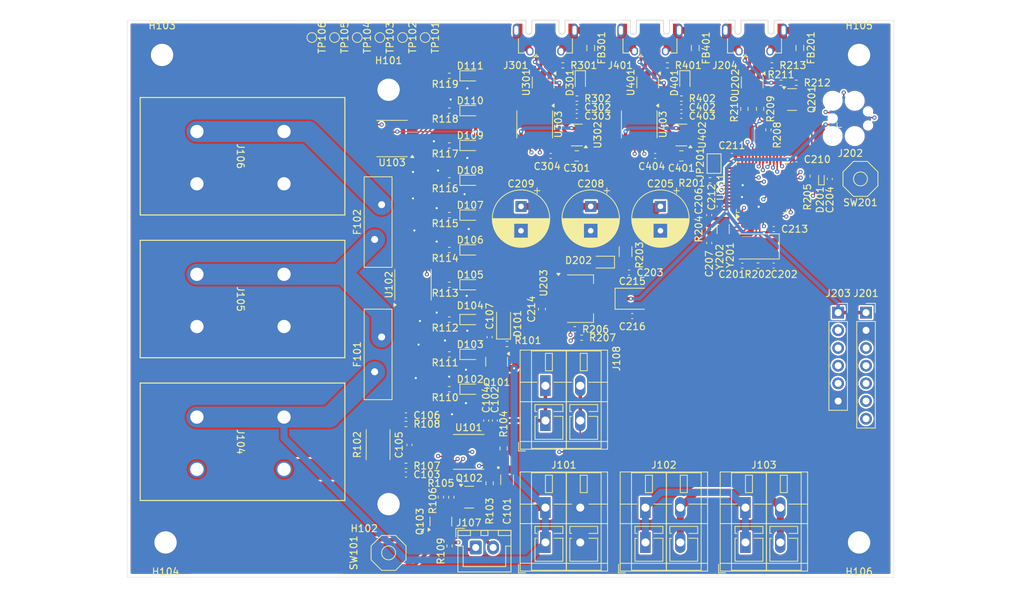
<source format=kicad_pcb>
(kicad_pcb (version 20241229) (generator "pcbnew") (generator_version "9.0")
  (layers (0 "F.Cu" signal) (4 "In1.Cu" signal) (6 "In2.Cu" signal) (2 "B.Cu" signal) (13 "F.Paste" user) (15 "B.Paste" user) (5 "F.SilkS" user "F.Silkscreen") (7 "B.SilkS" user "B.Silkscreen") (1 "F.Mask" user) (3 "B.Mask" user) (25 "Edge.Cuts" user))
  (net 0 "")
  (net 1 "+2V5")
  (net 2 "GND")
  (net 3 "VCC")
  (net 4 "Net-(U101-SRN)")
  (net 5 "Net-(U101-SRP)")
  (net 6 "/BAT")
  (net 7 "Net-(D101-K)")
  (net 8 "Net-(D102-K)")
  (net 9 "Net-(D103-K)")
  (net 10 "Net-(D104-K)")
  (net 11 "Net-(D105-K)")
  (net 12 "Net-(D106-K)")
  (net 13 "Net-(D107-K)")
  (net 14 "Net-(D108-K)")
  (net 15 "Net-(D109-K)")
  (net 16 "Net-(D110-K)")
  (net 17 "Net-(D111-K)")
  (net 18 "Net-(F101-Pad2)")
  (net 19 "+12V")
  (net 20 "Net-(F102-Pad2)")
  (net 21 "Net-(U201-PD0)")
  (net 22 "Net-(U201-PD1)")
  (net 23 "Net-(Q102-D)")
  (net 24 "Net-(Q102-G)")
  (net 25 "Net-(Q103-D)")
  (net 26 "Net-(U102-Q0)")
  (net 27 "Net-(U102-Q1)")
  (net 28 "Net-(U102-Q2)")
  (net 29 "Net-(U102-Q3)")
  (net 30 "Net-(U102-Q4)")
  (net 31 "Net-(U102-Q5)")
  (net 32 "Net-(U102-Q6)")
  (net 33 "Net-(U102-Q7)")
  (net 34 "Net-(U103-Q0)")
  (net 35 "Net-(U103-Q1)")
  (net 36 "Net-(D202-K)")
  (net 37 "Net-(U103-Q2)")
  (net 38 "Net-(U103-Q3)")
  (net 39 "Net-(U103-Q4)")
  (net 40 "Net-(U103-Q5)")
  (net 41 "Net-(U103-Q6)")
  (net 42 "Net-(U103-Q7)")
  (net 43 "/P2")
  (net 44 "/SCL")
  (net 45 "/~{ALERT}")
  (net 46 "/P1")
  (net 47 "/SDA")
  (net 48 "/MCU/~{RST}")
  (net 49 "Net-(U201-PC14)")
  (net 50 "Net-(U201-PC15)")
  (net 51 "+3V3")
  (net 52 "/MCU/SWCLK")
  (net 53 "/MCU/SWDIO")
  (net 54 "/MCU/SWO")
  (net 55 "/MCU/BOOT0")
  (net 56 "Net-(J401-VBUS)")
  (net 63 "Net-(U402-VO)")
  (net 66 "Net-(U403-V3)")
  (net 69 "Net-(D401-A)")
  (net 71 "Net-(J107-Pin_2)")
  (net 72 "Net-(J107-Pin_1)")
  (net 73 "/MCU/Vbat")
  (net 74 "Net-(J401-Shield)")
  (net 75 "/MCU/serial1/D+")
  (net 76 "/MCU/serial1/D-")
  (net 78 "/MCU/serial2/D-")
  (net 79 "/MCU/serial2/D+")
  (net 80 "/MCU/VBUSsense")
  (net 81 "Net-(Q201-G)")
  (net 82 "/MCU/DP")
  (net 83 "/MCU/DM")
  (net 84 "/MCU/USBpullup")
  (net 85 "Net-(U201-PB2)")
  (net 86 "/MCU/serial2/RX")
  (net 87 "/MCU/serial2/TX")
  (net 88 "/MCU/serial1/TX")
  (net 89 "/MCU/serial1/RX")
  (net 90 "/MCU/serial1/UD-")
  (net 91 "/MCU/serial1/UD+")
  (net 93 "/MCU/serial2/UD+")
  (net 94 "/MCU/serial2/UD-")
  (net 95 "/MCU/DC")
  (net 96 "/MCU/MOSI")
  (net 97 "/MCU/SCK")
  (net 98 "/MCU/~{CS}")
  (net 99 "/MCU/MISO")
  (net 100 "Net-(J401-GND)")
  (net 101 "Net-(J301-VBUS)")
  (net 102 "Net-(U302-VO)")
  (net 103 "Net-(U303-V3)")
  (net 104 "Net-(D301-A)")
  (net 105 "Net-(J204-GND)")
  (net 106 "Net-(J301-Shield)")
  (net 107 "Net-(J301-GND)")
  (net 108 "Net-(J102-Pin_2)")
  (net 109 "Net-(J102-Pin_1)")
  (net 110 "Net-(J104-Pad3)")
  (net 111 "Net-(J108-Pin_2)")
  (net 112 "Net-(J204-D-)")
  (net 113 "Net-(J204-VBUS)")
  (net 115 "Net-(J204-D+)")
  (net 117 "Net-(R209-Pad2)")
  (net 118 "Net-(R210-Pad2)")
  (net 120 "Net-(J204-Shield)")
  (net 121 "/MCU/~{DISPRST}")
  (footprint "footprint:SOP65P640X120-14N" (layer "F.Cu") (at 99 107 180)
    (property "Reference" "U101")
    (property "Value" "BQ34Z100PWR-G1")
  )
  (footprint "Resistor_SMD:R_0402_1005Metric" (layer "F.Cu") (at 140.5 80.25)
    (property "Reference" "R202")
    (property "Value" "1M")
  )
  (footprint "Capacitor_SMD:C_0402_1005Metric" (layer "F.Cu") (at 102 90.52 90)
    (property "Reference" "C107")
    (property "Value" "100n")
  )
  (footprint "Resistor_SMD:R_0402_1005Metric" (layer "F.Cu") (at 96.2125 58 180)
    (property "Reference" "R118")
    (property "Value" "1k")
  )
  (footprint "Resistor_SMD:R_0402_1005Metric" (layer "F.Cu") (at 96.2125 98 180)
    (property "Reference" "R110")
    (property "Value" "1k")
  )
  (footprint "Capacitor_SMD:C_1206_3216Metric" (layer "F.Cu") (at 104.5 111 -90)
    (property "Reference" "C101")
    (property "Value" "3300p")
  )
  (footprint "Capacitor_SMD:C_0805_2012Metric" (layer "F.Cu") (at 114.5 64.5)
    (property "Reference" "C301")
    (property "Value" "C")
  )
  (footprint "Resistor_SMD:R_0402_1005Metric" (layer "F.Cu") (at 112.5 51.5)
    (property "Reference" "R301")
    (property "Value" "0")
  )
  (footprint "TestPoint:TestPoint_Pad_D1.0mm" (layer "F.Cu") (at 92.75 47.5 -90)
    (property "Reference" "TP101")
    (property "Value" "TP1")
  )
  (footprint "Capacitor_SMD:C_0402_1005Metric" (layer "F.Cu") (at 102.75 102.5 90)
    (property "Reference" "C102")
    (property "Value" "1µ")
  )
  (footprint "LED_SMD:LED_0603_1608Metric" (layer "F.Cu") (at 99.2125 68)
    (property "Reference" "D108")
    (property "Value" "GRN")
  )
  (footprint "Package_TO_SOT_SMD:SOT-23" (layer "F.Cu") (at 145.4 56.4)
    (property "Reference" "Q201")
    (property "Value" "2N7002")
  )
  (footprint "Resistor_SMD:R_0402_1005Metric" (layer "F.Cu") (at 96.2125 78 180)
    (property "Reference" "R114")
    (property "Value" "1k")
  )
  (footprint "TestPoint:TestPoint_Pad_D1.0mm" (layer "F.Cu") (at 89.5 47.5 -90)
    (property "Reference" "TP102")
    (property "Value" "TP2")
  )
  (footprint "footprint:Push_SW_5x5" (layer "F.Cu") (at 155.2 67.8)
    (property "Reference" "SW201")
    (property "Value" "Reset")
  )
  (footprint "Capacitor_SMD:C_0402_1005Metric" (layer "F.Cu") (at 150.8 67.8 -90)
    (property "Reference" "C204")
    (property "Value" "100n")
  )
  (footprint "Package_TO_SOT_SMD:SOT-23-3" (layer "F.Cu") (at 114.5 61.5 180)
    (property "Reference" "U302")
    (property "Value" "XC6206PxxxMR")
  )
  (footprint "Capacitor_SMD:C_0402_1005Metric" (layer "F.Cu") (at 90.5 106 90)
    (property "Reference" "C105")
    (property "Value" "100n")
  )
  (footprint "Capacitor_SMD:C_0402_1005Metric" (layer "F.Cu") (at 90 101.75 180)
    (property "Reference" "C106")
    (property "Value" "100n")
  )
  (footprint "Capacitor_SMD:C_0402_1005Metric" (layer "F.Cu") (at 136.75 64.5 180)
    (property "Reference" "C211")
    (property "Value" "100n")
  )
  (footprint "Resistor_SMD:R_0402_1005Metric" (layer "F.Cu") (at 96.2125 83 180)
    (property "Reference" "R113")
    (property "Value" "1k")
  )
  (footprint "Capacitor_Tantalum_SMD:CP_EIA-3528-21_Kemet-B" (layer "F.Cu") (at 122.4625 85)
    (property "Reference" "C215")
    (property "Value" "100µ")
  )
  (footprint "Resistor_SMD:R_0402_1005Metric" (layer "F.Cu") (at 143.8 54)
    (property "Reference" "R211")
    (property "Value" "10k")
  )
  (footprint "footprint:745-302_WAGO" (layer "F.Cu") (at 72.5 61 -90)
    (property "Reference" "J106")
    (property "Value" "IN")
  )
  (footprint "Connector_PinSocket_2.54mm:PinSocket_1x06_P2.54mm_Vertical" (layer "F.Cu") (at 152 87)
    (property "Reference" "J203")
    (property "Value" "SPI")
  )
  (footprint "Resistor_SMD:R_1206_3216Metric" (layer "F.Cu") (at 121.5 78.25 90)
    (property "Reference" "R203")
    (property "Value" "22")
  )
  (footprint "LED_SMD:LED_0603_1608Metric" (layer "F.Cu") (at 99.2125 53)
    (property "Reference" "D111")
    (property "Value" "GRN")
  )
  (footprint "Connector_PinSocket_2.54mm:PinSocket_1x07_P2.54mm_Vertical" (layer "F.Cu") (at 156 87)
    (property "Reference" "J201")
    (property "Value" "DISP")
  )
  (footprint "Resistor_SMD:R_0402_1005Metric" (layer "F.Cu") (at 104.49 91.5 180)
    (property "Reference" "R101")
    (property "Value" "10k")
  )
  (footprint "LED_SMD:LED_0603_1608Metric" (layer "F.Cu") (at 99.2125 93)
    (property "Reference" "D103")
    (property "Value" "RED")
  )
  (footprint "Package_SO:SOIC-8_3.9x4.9mm_P1.27mm" (layer "F.Cu") (at 108.46 59.975 -90)
    (property "Reference" "U303")
    (property "Value" "CH330N")
  )
  (footprint "Resistor_SMD:R_2512_6332Metric" (layer "F.Cu") (at 86 105.9625 90)
    (property "Reference" "R102")
    (property "Value" ".010 20PPM")
  )
  (footprint "Resistor_SMD:R_0402_1005Metric" (layer "F.Cu") (at 133.5 75 -90)
    (property "Reference" "R204")
    (property "Value" "1M")
  )
  (footprint "MountingHole:MountingHole_3.2mm_M3_Pad" (layer "F.Cu") (at 155 120 180)
    (property "Reference" "H106")
    (property "Value" "~")
  )
  (footprint "Capacitor_SMD:C_0402_1005Metric" (layer "F.Cu") (at 110.75 64.5)
    (property "Reference" "C304")
    (property "Value" "100n")
  )
  (footprint "Package_SO:TSSOP-14_4.4x5mm_P0.65mm" (layer "F.Cu") (at 91 83 90)
    (property "Reference" "U102")
    (property "Value" "74HC164")
  )
  (footprint "Resistor_SMD:R_0402_1005Metric" (layer "F.Cu") (at 96.5 113.51 -90)
    (property "Reference" "R105")
    (property "Value" "100k")
  )
  (footprint "Connector:Tag-Connect_TC2030-IDC-FP_2x03_P1.27mm_Vertical" (layer "F.Cu") (at 153.75 59.115)
    (property "Reference" "J202")
    (property "Value" "SWD")
  )
  (footprint "Package_SO:SOIC-8_3.9x4.9mm_P1.27mm" (layer "F.Cu") (at 123.46 59.975 -90)
    (property "Reference" "U403")
    (property "Value" "CH330N")
  )
  (footprint "fixes:TerminalBlock_WAGO_236-402_1x02_P5.00mm_45Degree" (layer "F.Cu") (at 110 115)
    (property "Reference" "J101")
    (property "Value" "12V OUT")
  )
  (footprint "Package_TO_SOT_SMD:SOT-23-6" (layer "F.Cu") (at 139.67 53.95 -90)
    (property "Reference" "U202")
    (property "Value" "USBLC6-2SC6")
  )
  (footprint "Resistor_SMD:R_0402_1005Metric" (layer "F.Cu") (at 96.2125 93 180)
    (property "Reference" "R111")
    (property "Value" "1k")
  )
  (footprint "Package_TO_SOT_SMD:SOT-23" (layer "F.Cu") (at 103 94.0625 -90)
    (property "Reference" "Q101")
    (property "Value" "2N7002")
  )
  (footprint "fixes:USB_Micro-AB_Molex_47590-0001" (layer "F.Cu") (at 110 46.46 180)
    (property "Reference" "J301")
    (property "Value" "USB serial")
    (fp_line (start 2.8 1.45) (end 3.75 1.45) (stroke (width 0.1)) (layer "Edge.Cuts"))
    (fp_line (start 2.8 -0.125) (end 2.8 1.45) (stroke (width 0.1)) (layer "Edge.Cuts"))
    (fp_line (start 1.95 -0.125) (end 1.95 1.45) (stroke (width 0.1)) (layer "Edge.Cuts"))
    (fp_line (start -1.95 1.45) (end 1.95 1.45) (stroke (width 0.1)) (layer "Edge.Cuts"))
    (fp_line (start -1.95 -0.125) (end -1.95 1.45) (stroke (width 0.1)) (layer "Edge.Cuts"))
    (fp_line (start -2.8 -0.125) (end -2.8 1.45) (stroke (width 0.1)) (layer "Edge.Cuts"))
    (fp_line (start -3.75 1.45) (end -2.8 1.45) (stroke (width 0.1)) (layer "Edge.Cuts"))
    (fp_arc (start 1.95 -0.125) (mid 2.375 -0.55) (end 2.8 -0.125) (stroke (width 0.1)) (layer "Edge.Cuts"))
    (fp_arc (start -2.8 -0.125) (mid -2.375 -0.55) (end -1.95 -0.125) (stroke (width 0.1)) (layer "Edge.Cuts"))
  )
  (footprint "eurovibes:LOGO" (layer "F.Cu") (at 64 50.75)
    (property "Reference" "G***" (hide yes))
    (property "Value" "LOGO" (hide yes))
  )
  (footprint "fixes:TerminalBlock_WAGO_236-402_1x02_P5.00mm_45Degree" (layer "F.Cu") (at 138.7 115)
    (property "Reference" "J103")
    (property "Value" "36V OUT")
  )
  (footprint "Resistor_SMD:R_0402_1005Metric" (layer "F.Cu") (at 96.2125 68 180)
    (property "Reference" "R116")
    (property "Value" "1k")
  )
  (footprint "Package_TO_SOT_SMD:SOT-23-6" (layer "F.Cu") (at 109.67 53.95 -90)
    (property "Reference" "U301")
    (property "Value" "USBLC6-2SC6")
  )
  (footprint "footprint:PTR016V0800" (layer "F.Cu") (at 86 74 90)
    (property "Reference" "F102")
    (property "Value" "8A")
  )
  (footprint "Diode_SMD:D_SOD-323" (layer "F.Cu") (at 118.3 79.75 180)
    (property "Reference" "D202")
    (property "Value" "1N4148WS")
  )
  (footprint "Crystal:Crystal_SMD_5032-2Pin_5.0x3.2mm" (layer "F.Cu") (at 140.5 77.5 180)
    (property "Reference" "Y201")
    (property "Value" "8MHz")
  )
  (footprint "MountingHole:MountingHole_3.2mm_M3_Pad" (layer "F.Cu") (at 87.5 55)
    (property "Reference" "H101")
    (property "Value" "~")
  )
  (footprint "Resistor_SMD:R_0402_1005Metric" (layer "F.Cu") (at 96.2125 73 180)
    (property "Reference" "R115")
    (property "Value" "1k")
  )
  (footprint "Capacitor_SMD:C_0402_1005Metric" (layer "F.Cu") (at 90 110.25 180)
    (property "Reference" "C103")
    (property "Value" "100n")
  )
  (footprint "Capacitor_THT:CP_Radial_D8.0mm_P3.50mm" (layer "F.Cu") (at 106.5 71.75 -90)
    (property "Reference" "C209")
    (property "Value" "1F")
  )
  (footprint "Inductor_SMD:L_0805_2012Metric" (layer "F.Cu") (at 131.5 49 -90)
    (property "Reference" "FB401")
    (property "Value" "FerriteBead_Small")
  )
  (footprint "footprint:745-302_WAGO" (layer "F.Cu") (at 72.5 81.5 -90)
    (property "Reference" "J105")
    (property "Value" "OUT")
  )
  (footprint "Capacitor_SMD:C_0402_1005Metric" (layer "F.Cu") (at 129.5 58.75)
    (property "Reference" "C403")
    (property "Value" "100n")
  )
  (footprint "Resistor_SMD:R_0402_1005Metric" (layer "F.Cu") (at 129.51 56.265)
    (property "Reference" "R402")
    (property "Value" "1k")
  )
  (footprint "footprint:745-302_WAGO" (layer "F.Cu") (at 72.5 102 -90)
    (property "Reference" "J104")
    (property "Value" "BAT")
  )
  (footprint "MountingHole:MountingHole_3.2mm_M3_Pad" (layer "F.Cu") (at 55.5 120 180)
    (property "Reference" "H104")
    (property "Value" "~")
  )
  (footprint "Package_TO_SOT_SMD:SOT-223-3_TabPin2" (layer "F.Cu") (at 115 85)
    (property "Reference" "U203")
    (property "Value" "AMS1117-3.3")
  )
  (footprint "Capacitor_SMD:C_0402_1005Metric" (layer "F.Cu") (at 133.5 73 -90)
    (property "Reference" "C206")
    (property "Value" "10p")
  )
  (footprint "TestPoint:TestPoint_Pad_D1.0mm" (layer "F.Cu") (at 76.5 47.5 -90)
    (property "Reference" "TP106")
    (property "Value" "TP6")
  )
  (footprint "Crystal:Crystal_SMD_3215-2Pin_3.2x1.5mm" (layer "F.Cu") (at 135.5 75 -90)
    (property "Reference" "Y202")
    (property "Value" "32k")
  )
  (footprint "Resistor_SMD:R_0402_1005Metric" (layer "F.Cu") (at 146 54)
    (property "Reference" "R212")
    (property "Value" "1M")
  )
  (footprint "Package_TO_SOT_SMD:SOT-23" (layer "F.Cu") (at 99.0625 113.5)
    (property "Reference" "Q102")
    (property "Value" "BSS84")
  )
  (footprint "Package_SO:TSSOP-14_4.4x5mm_P0.65mm" (layer "F.Cu") (at 88 62 180)
    (property "Reference" "U103")
    (property "Value" "74HC164")
  )
  (footprint "Capacitor_SMD:C_0603_1608Metric" (layer "F.Cu") (at 109.5 86.5 90)
    (property "Reference" "C214")
    (property "Value" "10µ")
  )
  (footprint "Resistor_SMD:R_0603_1608Metric" (layer "F.Cu") (at 138.54 57.75 90)
    (property "Reference" "R210")
    (property "Value" "20")
  )
  (footprint "Resistor_SMD:R_0402_1005Metric" (layer "F.Cu") (at 114.51 56.265)
    (property "Reference" "R302")
    (property "Value" "1k")
  )
  (footprint "Package_TO_SOT_SMD:SOT-23" (layer "F.Cu") (at 95 117 90)
    (property "Reference" "Q103")
    (property "Value" "2N7002")
  )
  (footprint "Capacitor_SMD:C_0402_1005Metric" (layer "F.Cu") (at 142.75 80.25 180)
    (property "Reference" "C202")
    (property "Value" "20p")
  )
  (footprint "Resistor_SMD:R_0603_1608Metric" (layer "F.Cu") (at 102 111.5 -90)
    (property "Reference" "R103")
    (property "Value" "300k .1%")
  )
  (footprint "Resistor_SMD:R_0402_1005Metric" (layer "F.Cu") (at 95 113.49 90)
    (property "Reference" "R106")
    (property "Value" "165k")
  )
  (footprint "MountingHole:MountingHole_3.2mm_M3_Pad" (layer "F.Cu") (at 87.5 114.5 180)
    (property "Reference" "H102")
    (property "Value" "~")
  )
  (footprint "footprint:PTR016V0800" (layer "F.Cu") (at 86 93 90)
    (property "Reference" "F101")
    (property "Value" "8A")
  )
  (footprint "Inductor_SMD:L_0805_2012Metric" (layer "F.Cu") (at 116.5 49 -90)
    (property "Reference" "FB301")
    (property "Value" "FerriteBead_Small")
  )
  (footprint "Resistor_SMD:R_0402_1005Metric" (layer "F.Cu") (at 142 60.75 90)
    (property "Reference" "R208")
    (property "Value" "1k5")
  )
  (footprint "fixes:TerminalBlock_WAGO_236-402_1x02_P5.00mm_45Degree" (layer "F.Cu") (at 124.35 115)
    (property "Reference" "J102")
    (property "Value" "36V IN")
  )
  (footprint "Capacitor_SMD:C_0402_1005Metric" (layer "F.Cu") (at 142.75 75)
    (property "Reference" "C213")
    (property "Value" "100n")
  )
  (footprint "MountingHole:MountingHole_3.2mm_M3_Pad" (layer "F.Cu") (at 155 50)
    (property "Reference" "H105")
    (property "Value" "~")
  )
  (footprint "Capacitor_THT:CP_Radial_D8.0mm_P3.50mm" (layer "F.Cu") (at 116.5 71.75 -90)
    (property "Reference" "C208")
    (property "Value" "1F")
  )
  (footprint "fixes:TerminalBlock_WAGO_236-402_1x02_P5.00mm_45Degree" (layer "F.Cu") (at 110.0005 97.5)
    (property "Reference" "J108")
    (property "Value" "TEMP")
  )
  (footprint "fixes:USB_Micro-AB_Molex_47590-0001" (layer "F.Cu") (at 140 46.46 180)
    (property "Reference" "J204")
    (property "Value" "USB serial")
    (fp_line (start 2.8 1.45) (end 3.75 1.45) (stroke (width 0.1)) (layer "Edge.Cuts"))
    (fp_line (start 2.8 -0.125) (end 2.8 1.45) (stroke (width 0.1)) (layer "Edge.Cuts"))
    (fp_line (start 1.95 -0.125) (end 1.95 1.45) (stroke (width 0.1)) (layer "Edge.Cuts"))
    (fp_line (start -1.95 1.45) (end 1.95 1.45) (stroke (width 0.1)) (layer "Edge.Cuts"))
    (fp_line (start -1.95 -0.125) (end -1.95 1.45) (stroke (width 0.1)) (layer "Edge.Cuts"))
    (fp_line (start -2.8 -0.125) (end -2.8 1.45) (stroke (width 0.1)) (layer "Edge.Cuts"))
    (fp_line (start -3.75 1.45) (end -2.8 1.45) (stroke (width 0.1)) (layer "Edge.Cuts"))
    (fp_arc (start 1.95 -0.125) (mid 2.375 -0.55) (end 2.8 -0.125) (stroke (width 0.1)) (layer "Edge.Cuts"))
    (fp_arc (start -2.8 -0.125) (mid -2.375 -0.55) (end -1.95 -0.125) (stroke (width 0.1)) (layer "Edge.Cuts"))
  )
  (footprint "LED_SMD:LED_0603_1608Metric" (layer "F.Cu") (at 99.2125 58)
    (property "Reference" "D110")
    (property "Value" "GRN")
  )
  (footprint "Package_QFP:LQFP-48_7x7mm_P0.5mm" (layer "F.Cu") (at 141 69 90)
    (property "Reference" "U201")
    (property "Value" "STM32F103CBT6")
  )
  (footprint "Resistor_SMD:R_0402_1005Metric" (layer "F.Cu") (at 96.25 120.5 -90)
    (property "Reference" "R109")
    (property "Value" "1k")
  )
  (footprint "LED_SMD:LED_0603_1608Metric" (layer "F.Cu") (at 99.2125 73)
    (property "Reference" "D107")
    (property "Value" "YLW")
  )
  (footprint "LED_SMD:LED_0603_1608Metric" (layer "F.Cu") (at 99.2125 78)
    (property "Reference" "D106")
    (property "Value" "YLW")
  )
  (footprint "Capacitor_SMD:C_0402_1005Metric" (layer "F.Cu") (at 135 71.75 90)
    (property "Reference" "C212")
    (property "Value" "100n")
  )
  (footprint "Capacitor_SMD:C_0402_1005Metric" (layer "F.Cu") (at 114.5 58.75)
    (property "Reference" "C303")
    (property "Value" "100n")
  )
  (footprint "TestPoint:TestPoint_Pad_D1.0mm" (layer "F.Cu") (at 79.75 47.5 -90)
    (property "Reference" "TP105")
    (property "Value" "TP5")
  )
  (footprint "LED_SMD:LED_0603_1608Metric" (layer "F.Cu") (at 99.2125 88)
    (property "Reference" "D104")
    (property "Value" "RED")
  )
  (footprint "Capacitor_THT:CP_Radial_D8.0mm_P3.50mm" (layer "F.Cu") (at 126.5 71.75 -90)
    (property "Reference" "C205")
    (property "Value" "1F")
  )
  (footprint "MountingHole:MountingHole_3.2mm_M3_Pad" (layer "F.Cu") (at 55 50)
    (property "Reference" "H103")
    (property "Value" "~")
  )
  (footprint "Diode_SMD:D_SOD-123F" (layer "F.Cu") (at 104 88.585 90)
    (property "Reference" "D101")
    (property "Value" "BZT52B5V6T")
  )
  (footprint "Resistor_SMD:R_0402_1005Metric" (layer "F.Cu") (at 133.6 68 180)
    (property "Reference" "R201")
    (property "Value" "10k")
  )
  (footprint "Connector_JST:JST_XH_B2B-XH-A_1x02_P2.50mm_Vertical" (layer "F.Cu") (at 100 120.725)
    (property "Reference" "J107")
    (property "Value" "LED SW")
  )
  (footprint "LED_SMD:LED_0603_1608Metric" (layer "F.Cu") (at 115.01 53.745 -90)
    (property "Reference" "D301")
    (property "Value" "LED")
  )
  (footprint "Package_TO_SOT_SMD:SOT-23-3" (layer "F.Cu") (at 129.5 61.5 180)
    (property "Reference" "U402")
    (property "Value" "XC6206PxxxMR")
  )
  (footprint "Capacitor_SMD:C_0402_1005Metric" (layer "F.Cu") (at 138.25 80.25)
    (property "Reference" "C201")
    (property "Value" "20p")
  )
  (footprint "Capacitor_SMD:C_0402_1005Metric" (layer "F.Cu") (at 133.5 77 90)
    (property "Reference" "C207")
    (property "Value" "10p")
  )
  (footprint "LED_SMD:LED_0603_1608Metric" (layer "F.Cu") (at 99.2125 98)
    (property "Reference" "D102")
    (property "Value" "RED")
  )
  (footprint "Capacitor_SMD:C_0402_1005Metric" (layer "F.Cu") (at 146 65)
    (property "Reference" "C210")
    (property "Value" "100n")
  )
  (footprint "LED_SMD:LED_0603_1608Metric" (layer "F.Cu") (at 99.2125 63)
    (property "Reference" "D109")
    (property "Value" "GRN")
  )
  (footprint "Capacitor_SMD:C_0402_1005Metric" (layer "F.Cu") (at 114.5 57.5)
    (property "Reference" "C302")
    (property "Value" "1µ")
  )
  (footprint "Resistor_SMD:R_0402_1005Metric" (layer "F.Cu") (at 115.2 90.6 180)
    (property "Reference" "R207")
    (property "Value" "4k7")
  )
  (footprint "Resistor_SMD:R_0402_1005Metric" (layer "F.Cu") (at 90 109)
    (property "Reference" "R107")
    (property "Value" "100")
  )
  (footprint "Resistor_SMD:R_0402_1005Metric" (layer "F.Cu") (at 114.2 89.4 180)
    (property "Reference" "R206")
    (property "Value" "4k7")
  )
  (footprint "Resistor_SMD:R_0402_1005Metric" (layer "F.Cu") (at 142.5 51.5)
    (property "Reference" "R213")
    (property "Value" "0")
  )
  (footprint "fixes:USB_Micro-AB_Molex_47590-0001" (layer "F.Cu") (at 125 46.46 180)
    (property "Reference" "J401")
    (property "Value" "USB serial")
    (fp_line (start 2.8 1.45) (end 3.75 1.45) (stroke (width 0.1)) (layer "Edge.Cuts"))
    (fp_line (start 2.8 -0.125) (end 2.8 1.45) (stroke (width 0.1)) (layer "Edge.Cuts"))
    (fp_line (start 1.95 -0.125) (end 1.95 1.45) (stroke (width 0.1)) (layer "Edge.Cuts"))
    (fp_line (start -1.95 1.45) (end 1.95 1.45) (stroke (width 0.1)) (layer "Edge.Cuts"))
    (fp_line (start -1.95 -0.125) (end -1.95 1.45) (stroke (width 0.1)) (layer "Edge.Cuts"))
    (fp_line (start -2.8 -0.125) (end -2.8 1.45) (stroke (width 0.1)) (layer "Edge.Cuts"))
    (fp_line (start -3.75 1.45) (end -2.8 1.45) (stroke (width 0.1)) (layer "Edge.Cuts"))
    (fp_arc (start 1.95 -0.125) (mid 2.375 -0.55) (end 2.8 -0.125) (stroke (width 0.1)) (layer "Edge.Cuts"))
    (fp_arc (start -2.8 -0.125) (mid -2.375 -0.55) (end -1.95 -0.125) (stroke (width 0.1)) (layer "Edge.Cuts"))
  )
  (footprint "Capacitor_SMD:C_0805_2012Metric" (layer "F.Cu") (at 129.5 64.5)
    (property "Reference" "C401")
    (property "Value" "C")
  )
  (footprint "Capacitor_SMD:C_0402_1005Metric" (layer "F.Cu") (at 101.5 102.5 90)
    (property "Reference" "C104")
    (property "Value" "100n")
  )
  (footprint "Resistor_SMD:R_0603_1608Metric" (layer "F.Cu") (at 104 106.5 -90)
    (property "Reference" "R104")
    (property "Value" "16k5 .1%")
  )
  (footprint "Capacitor_SMD:C_0402_1005Metric" (layer "F.Cu") (at 125.75 64.5)
    (property "Reference" "C404")
    (property "Value" "100n")
  )
  (footprint "Resistor_SMD:R_0402_1005Metric" (layer "F.Cu") (at 147.6 67.4 -90)
    (property "Reference" "R205")
    (property "Value" "10k")
  )
  (footprint "Diode_SMD:D_SOD-923" (layer "F.Cu") (at 149.6 67.8 90)
    (property "Reference" "D201")
    (property "Value" "ESD9B3.3ST5G")
  )
  (footprint "TestPoint:TestPoint_Pad_D1.0mm" (layer "F.Cu") (at 83 47.5 -90)
    (property "Reference" "TP104")
    (property "Value" "TP4")
  )
  (footprint "Resistor_SMD:R_0402_1005Metric" (layer "F.Cu") (at 127.5 51.5)
    (property "Reference" "R401")
    (property "Value" "0")
  )
  (footprint "Resistor_SMD:R_0603_1608Metric" (layer "F.Cu") (at 140.8 57.75 90)
    (property "Reference" "R209")
    (property "Value" "20")
  )
  (footprint "Resistor_SMD:R_0402_1005Metric" (layer "F.Cu") (at 90 103)
    (property "Reference" "R108")
    (property "Value" "100")
  )
  (footprint "Capacitor_SMD:C_0402_1005Metric" (layer "F.Cu") (at 129.5 57.5)
    (property "Reference" "C402")
    (property "Value" "1µ")
  )
  (footprint "Capacitor_SMD:C_0402_1005Metric" (layer "F.Cu") (at 122 81.25)
    (property "Reference" "C203")
    (property "Value" "100n")
  )
  (footprint "Resistor_SMD:R_0402_1005Metric" (layer "F.Cu") (at 96.2125 63 180)
    (property "Reference" "R117")
    (property "Value" "1k")
  )
  (footprint "Inductor_SMD:L_0805_2012Metric" (layer "F.Cu") (at 146.5 49 -90)
    (property "Reference" "FB201")
    (property "Value" "FerriteBead_Small")
  )
  (footprint "Resistor_SMD:R_0402_1005Metric" (layer "F.Cu") (at 96.2125 53 180)
    (property "Reference" "R119")
    (property "Value" "1k")
  )
  (footprint "LED_SMD:LED_0603_1608Metric" (layer "F.Cu") (at 99.2125 83)
    (property "Reference" "D105")
    (property "Value" "YLW")
  )
  (footprint "LED_SMD:LED_0603_1608Metric" (layer "F.Cu") (at 130.01 53.745 -90)
    (property "Reference" "D401")
    (property "Value" "LED")
  )
  (footprint "Package_TO_SOT_SMD:SOT-23-6" (layer "F.Cu") (at 124.67 53.95 -90)
    (property "Reference" "U401")
    (property "Value" "USBLC6-2SC6")
  )
  (footprint "Resistor_SMD:R_0402_1005Metric" (layer "F.Cu") (at 96.2125 88 180)
    (property "Reference" "R112")
    (property "Value" "1k")
  )
  (footprint "Capacitor_SMD:C_0402_1005Metric" (layer "F.Cu") (at 122.4625 87.5)
    (property "Reference" "C216")
    (property "Value" "100n")
  )
  (footprint "TestPoint:TestPoint_Pad_D1.0mm" (layer "F.Cu") (at 86.25 47.5 -90)
    (property "Reference" "TP103")
    (property "Value" "TP3")
  )
  (footprint "footprint:Push_SW_5x5" (layer "F.Cu") (at 87.5 121.5 180)
    (property "Reference" "SW101")
    (property "Value" "LED Enable")
  )
  (footprint "Jumper:SolderJumper-2_P1.3mm_Open_Pad1.0x1.5mm" (layer "F.Cu") (at 134.2 65.6 90)
    (property "Reference" "JP201")
    (property "Value" "BOOT0")
  )
  (gr_line (start 136.25 45.01) (end 128.75 45.01) (stroke (width 0.05)) (layer "Edge.Cuts"))
  (gr_line (start 50 125) (end 50 45) (stroke (width 0.05)) (layer "Edge.Cuts"))
  (gr_line (start 50 45) (end 106.25 45.01) (stroke (width 0.05)) (layer "Edge.Cuts"))
  (gr_line (start 160 45) (end 160 125) (stroke (width 0.05)) (layer "Edge.Cuts"))
  (gr_line (start 160 125) (end 50 125) (stroke (width 0.05)) (layer "Edge.Cuts"))
  (gr_line (start 121.25 45.01) (end 113.75 45.01) (stroke (width 0.05)) (layer "Edge.Cuts"))
  (gr_line (start 160 45) (end 143.75 45.01) (stroke (width 0.05)) (layer "Edge.Cuts"))
  (gr_text "AKKUPACK-NG 0.1\nBenedikt Spranger" (at 59.25 123.75 0) (layer "F.Cu") (effects (font (size 1.5 1.5) (thickness 0.3) (bold yes)) (justify left bottom)))
  (segment (start 97.5 120) (end 96.25 120) (width 0.5) (layer "F.Cu") (net 1))
  (segment (start 101.915 105.005) (end 101.87 105.005) (width 0.5) (layer "F.Cu") (net 1))
  (segment (start 102 102.98) (end 102 104.92) (width 0.5) (layer "F.Cu") (net 1))
  (segment (start 104.375 102.5) (end 101.87 105.005) (width 0.5) (layer "F.Cu") (net 1))
  (segment (start 102 104.92) (end 101.915 105.005) (width 0.5) (layer "F.Cu") (net 1))
  (segment (start 101.5 102.98) (end 102 102.98) (width 0.5) (layer "F.Cu") (net 1))
  (segment (start 110.0005 102.5) (end 104.375 102.5) (width 0.5) (layer "F.Cu") (net 1))
  (segment (start 102 102.98) (end 102.75 102.98) (width 0.5) (layer "F.Cu") (net 1))
  (segment (start 110.0005 97.5) (end 110.0005 102.5) (width 0.5) (layer "F.Cu") (net 1))
  (via (at 97.5 120) (size 0.6) (drill 0.3) (layers "F.Cu" "B.Cu") (net 1))
  (segment (start 89.52 101.75) (end 89.52 102.97) (width 0.5) (layer "F.Cu") (net 2))
  (segment (start 89.52 102.97) (end 89.49 103) (width 0.5) (layer "F.Cu") (net 2))
  (segment (start 89.49 103) (end 86 103) (width 0.5) (layer "F.Cu") (net 2))
  (via (at 98.8 89.6) (size 0.6) (drill 0.3) (layers "F.Cu" "B.Cu") (net 2))
  (via (at 138.3 68.7) (size 0.6) (drill 0.3) (layers "F.Cu" "B.Cu") (net 2))
  (via (at 94 62.4) (size 0.6) (drill 0.3) (layers "F.Cu" "B.Cu") (net 2))
  (via (at 94.6 66.6) (size 0.6) (drill 0.3) (layers "F.Cu" "B.Cu") (net 2))
  (via (at 91.4 96.4) (size 0.6) (drill 0.3) (layers "F.Cu" "B.Cu") (net 2))
  (via (at 98.7 84.6) (size 0.6) (drill 0.3) (layers "F.Cu" "B.Cu") (net 2))
  (via (at 91.8 91.6) (size 0.6) (drill 0.3) (layers "F.Cu" "B.Cu") (net 2))
  (via (at 98.6 95.2) (size 0.6) (drill 0.3) (layers "F.Cu" "B.Cu") (net 2))
  (via (at 94.4 87) (size 0.6) (drill 0.3) (layers "F.Cu" "B.Cu") (net 2))
  (via (at 94.4 76.8) (size 0.6) (drill 0.3) (layers "F.Cu" "B.Cu") (net 2))
  (via (at 96.4 56.4) (size 0.6) (drill 0.3) (layers "F.Cu" "B.Cu") (net 2))
  (via (at 98.6 100) (size 0.6) (drill 0.3) (layers "F.Cu" "B.Cu") (net 2))
  (via (at 94.4 72) (size 0.6) (drill 0.3) (layers "F.Cu" "B.Cu") (net 2))
  (via (at 95.6 91) (size 0.6) (drill 0.3) (layers "F.Cu" "B.Cu") (net 2))
  (via (at 98.8 64.8) (size 0.6) (drill 0.3) (layers "F.Cu" "B.Cu") (net 2))
  (via (at 92 88.2) (size 0.6) (drill 0.3) (layers "F.Cu" "B.Cu") (net 2))
  (via (at 91 66.8) (size 0.6) (drill 0.3) (layers "F.Cu" "B.Cu") (net 2))
  (via (at 98.4 70) (size 0.6) (drill 0.3) (layers "F.Cu" "B.Cu") (net 2))
  (via (at 96.2 96.2) (size 0.6) (drill 0.3) (layers "F.Cu" "B.Cu") (net 2))
  (via (at 99 75) (size 0.6) (drill 0.3) (layers "F.Cu" "B.Cu") (net 2))
  (via (at 91.2 75.2) (size 0.6) (drill 0.3) (layers "F.Cu" "B.Cu") (net 2))
  (via (at 91 70.6) (size 0.6) (drill 0.3) (layers "F.Cu" "B.Cu") (net 2))
  (via (at 96.6 101.6) (size 0.6) (drill 0.3) (layers "F.Cu" "B.Cu") (net 2))
  (via (at 140.6 71.8) (size 0.6) (drill 0.3) (layers "F.Cu" "B.Cu") (net 2))
  (via (at 98.8 54.8) (size 0.6) (drill 0.3) (layers "F.Cu" "B.Cu") (net 2))
  (via (at 138.2 70.4) (size 0.6) (drill 0.3) (layers "F.Cu" "B.Cu") (net 2))
  (segment (start 100 104.794956) (end 100.910044 105.705) (width 0.5) (layer "F.Cu") (net 3))
  (segment (start 92.700001 79) (end 99 79) (width 0.2) (layer "F.Cu") (net 3))
  (segment (start 89.05 80.1375) (end 89.05 80.874999) (width 0.2) (layer "F.Cu") (net 3))
  (segment (start 86.25 63.574999) (end 85.874999 63.95) (width 0.2) (layer "F.Cu") (net 3))
  (segment (start 86.25 61.075001) (end 86.25 63.574999) (width 0.2) (layer "F.Cu") (net 3))
  (segment (start 102.05 93.125) (end 100.125 93.125) (width 0.5) (layer "F.Cu") (net 3))
  (segment (start 85.1375 60.7) (end 85.874999 60.7) (width 0.2) (layer "F.Cu") (net 3))
  (segment (start 100.125 93.125) (end 100 93) (width 0.5) (layer "F.Cu") (net 3))
  (segment (start 101.87 106.35) (end 101.87 105.7) (width 0.2) (layer "F.Cu") (net 3))
  (segment (start 100 63) (end 100 61) (width 0.2) (layer "F.Cu") (net 3))
  (segment (start 89.05 80.874999) (end 89.675001 81.5) (width 0.2) (layer "F.Cu") (net 3))
  (segment (start 102.05 93.125) (end 102.05 91.05) (width 0.5) (layer "F.Cu") (net 3))
  (segment (start 89.675001 81.5) (end 91.674999 81.5) (width 0.2) (layer "F.Cu") (net 3))
  (segment (start 99 79) (end 100 78) (width 0.2) (layer "F.Cu") (net 3))
  (segment (start 100 98) (end 100 104.794956) (width 0.5) (layer "F.Cu") (net 3))
  (segment (start 100.910044 105.705) (end 101.87 105.705) (width 0.5) (layer "F.Cu") (net 3))
  (segment (start 92.3 80.1375) (end 92.3 79.400001) (width 0.2) (layer "F.Cu") (net 3))
  (segment (start 85.874999 60.7) (end 86.25 61.075001) (width 0.2) (layer "F.Cu") (net 3))
  (segment (start 92.3 79.400001) (end 92.700001 79) (width 0.2) (layer "F.Cu") (net 3))
  (segment (start 88.674999 61.075001) (end 88.75 61) (width 0.2) (layer "F.Cu") (net 3))
  (segment (start 91.674999 81.5) (end 92.3 80.874999) (width 0.2) (layer "F.Cu") (net 3))
  (segment (start 102.05 91.05) (end 102 91) (width 0.5) (layer "F.Cu") (net 3))
  (segment (start 92.3 80.874999) (end 92.3 80.1375) (width 0.2) (layer "F.Cu") (net 3))
  (segment (start 85.874999 63.95) (end 85.1375 63.95) (width 0.2) (layer "F.Cu") (net 3))
  (segment (start 86.25 61.075001) (end 88.674999 61.075001) (width 0.2) (layer "F.Cu") (net 3))
  (segment (start 100 61) (end 100 53) (width 0.5) (layer "F.Cu") (net 3))
  (segment (start 100 98) (end 100 61) (width 0.5) (layer "F.Cu") (net 3))
  (via (at 100 61) (size 0.6) (drill 0.3) (layers "F.Cu" "B.Cu") (net 3))
  (via (at 88.75 61) (size 0.6) (drill 0.3) (layers "F.Cu" "B.Cu") (net 3))
  (segment (start 100 61) (end 88.75 61) (width 0.2) (layer "B.Cu") (net 3))
  (segment (start 90.51 109) (end 90.51 110.22) (width 0.5) (layer "F.Cu") (net 4))
  (segment (start 96.13 106.35) (end 90.63 106.35) (width 0.2) (layer "F.Cu") (net 4))
  (segment (start 90.63 106.35) (end 90.5 106.48) (width 0.2) (layer "F.Cu") (net 4))
  (segment (start 90.51 110.22) (end 90.48 110.25) (width 0.5) (layer "F.Cu") (net 4))
  (segment (start 90.5 106.48) (end 90.5 108.99) (width 0.5) (layer "F.Cu") (net 4))
  (segment (start 90.5 108.99) (end 90.51 109) (width 0.5) (layer "F.Cu") (net 4))
  (segment (start 90.51 105.51) (end 90.5 105.52) (width 0.5) (layer "F.Cu") (net 5))
  (segment (start 90.51 103) (end 90.51 105.51) (width 0.5) (layer "F.Cu") (net 5))
  (segment (start 90.5 105.52) (end 90.68 105.7) (width 0.2) (layer "F.Cu") (net 5))
  (segment (start 90.48 102.97) (end 90.51 103) (width 0.5) (layer "F.Cu") (net 5))
  (segment (start 90.68 105.7) (end 96.13 105.7) (width 0.2) (layer "F.Cu") (net 5))
  (segment (start 90.48 101.75) (end 90.48 102.97) (width 0.5) (layer "F.Cu") (net 5))
  (segment (start 101.87 107) (end 103.675 107) (width 0.4) (layer "F.Cu") (net 6))
  (segment (start 104.5 107.825) (end 104 107.325) (width 0.5) (layer "F.Cu") (net 6))
  (segment (start 104.5 109.525) (end 104.5 107.825) (width 0.5) (layer "F.Cu") (net 6))
  (segment (start 103.675 107) (end 104 107.325) (width 0.4) (layer "F.Cu") (net 6))
  (segment (start 103.35 110.675) (end 104.5 109.525) (width 0.5) (layer "F.Cu") (net 6))
  (segment (start 102 110.675) (end 103.35 110.675) (width 0.5) (layer "F.Cu") (net 6))
  (segment (start 103.95 91.53) (end 103.98 91.5) (width 0.5) (layer "F.Cu") (net 7))
  (segment (start 104 89.985) (end 104 91.48) (width 0.5) (layer "F.Cu") (net 7))
  (segment (start 104 91.48) (end 103.98 91.5) (width 0.5) (layer "F.Cu") (net 7))
  (segment (start 103.95 93.125) (end 103.95 91.53) (width 0.5) (layer "F.Cu") (net 7))
  (segment (start 98.425 98) (end 96.7225 98) (width 0.5) (layer "F.Cu") (net 8))
  (segment (start 98.425 93) (end 96.7225 93) (width 0.5) (layer "F.Cu") (net 9))
  (segment (start 98.425 88) (end 96.7225 88) (width 0.5) (layer "F.Cu") (net 10))
  (segment (start 98.425 83) (end 96.7225 83) (width 0.5) (layer "F.Cu") (net 11))
  (segment (start 98.425 78) (end 96.7225 78) (width 0.5) (layer "F.Cu") (net 12))
  (segment (start 98.425 73) (end 96.7225 73) (width 0.5) (layer "F.Cu") (net 13))
  (segment (start 98.425 68) (end 96.7225 68) (width 0.5) (layer "F.Cu") (net 14))
  (segment (start 98.425 63) (end 96.7225 63) (width 0.5) (layer "F.Cu") (net 15))
  (segment (start 98.425 58) (end 96.7225 58) (width 0.5) (layer "F.Cu") (net 16))
  (segment (start 98.425 53) (end 96.7225 53) (width 0.5) (layer "F.Cu") (net 17))
  (segment (start 72.5 81.5) (end 81 81.5) (width 3) (layer "B.Cu") (net 18))
  (segment (start 86.5 87) (end 81 81.5) (width 3) (layer "B.Cu") (net 18))
  (segment (start 81 81) (end 81 81.5) (width 3) (layer "B.Cu") (net 18))
  (segment (start 86.5 90.5) (end 86.5 87) (width 3) (layer "B.Cu") (net 18))
  (segment (start 85.5 76.5) (end 81 81) (width 3) (layer "B.Cu") (net 18))
  (segment (start 60 81.5) (end 72.5 81.5) (width 3) (layer "B.Cu") (net 18))
  (segment (start 105.5 92) (end 105 91.5) (width 0.5) (layer "F.Cu") (net 19))
  (segment (start 111.825 87.275) (end 111.85 87.3) (width 1) (layer "F.Cu") (net 19))
  (segment (start 105.5 95) (end 103 95) (width 1) (layer "F.Cu") (net 19))
  (segment (start 110 115) (end 98.675 115) (width 1) (layer "F.Cu") (net 19))
  (segment (start 98.675 115) (end 98.125 114.45) (width 1) (layer "F.Cu") (net 19))
  (segment (start 96.5 114.02) (end 97.695 114.02) (width 0.5) (layer "F.Cu") (net 19))
  (segment (start 109.5 87.275) (end 111.825 87.275) (width 1) (layer "F.Cu") (net 19))
  (segment (start 105.5 95) (end 105.5 92) (width 0.5) (layer "F.Cu") (net 19))
  (segment (start 111.85 88.65) (end 105.5 95) (width 1) (layer "F.Cu") (net 19))
  (segment (start 97.695 114.02) (end 98.125 114.45) (width 0.5) (layer "F.Cu") (net 19))
  (segment (start 111.85 87.3) (end 111.85 88.65) (width 1) (layer "F.Cu") (net 19))
  (via (at 105.5 95) (size 0.6) (drill 0.3) (layers "F.Cu" "B.Cu") (net 19))
  (segment (start 72.5 105.015433) (end 72.5 102) (width 1) (layer "B.Cu") (net 19))
  (segment (start 60 102) (end 72.5 102) (width 3) (layer "B.Cu") (net 19))
  (segment (start 105.5 110.5) (end 105.5 95) (width 1) (layer "B.Cu") (net 19))
  (segment (start 72.5 102) (end 79 102) (width 3) (layer "B.Cu") (net 19))
  (segment (start 79 102) (end 85.5 95.5) (width 3) (layer "B.Cu") (net 19))
  (segment (start 110 120) (end 107.5 122.5) (width 1) (layer "B.Cu") (net 19))
  (segment (start 107.5 122.5) (end 89.984567 122.5) (width 1) (layer "B.Cu") (net 19))
  (segment (start 89.984567 122.5) (end 72.5 105.015433) (width 1) (layer "B.Cu") (net 19))
  (segment (start 110 115) (end 105.5 110.5) (width 1) (layer "B.Cu") (net 19))
  (segment (start 110 120) (end 110 115) (width 1) (layer "B.Cu") (net 19))
  (segment (start 86.5 71.5) (end 76 61) (width 3) (layer "B.Cu") (net 20))
  (segment (start 60 61) (end 72.5 61) (width 3) (layer "B.Cu") (net 20))
  (segment (start 76 61) (end 72.5 61) (width 3) (layer "B.Cu") (net 20))
  (segment (start 138.73 80.25) (end 138.73 77.58) (width 0.5) (layer "F.Cu") (net 21))
  (segment (start 138.73 80.25) (end 139.99 80.25) (width 0.5) (layer "F.Cu") (net 21))
  (segment (start 140.25 73.1625) (end 140.25 75.9) (width 0.2) (layer "F.Cu") (net 21))
  (segment (start 140.25 75.9) (end 138.65 77.5) (width 0.2) (layer "F.Cu") (net 21))
  (segment (start 138.73 77.58) (end 138.65 77.5) (width 0.5) (layer "F.Cu") (net 21))
  (segment (start 140.75 75.9) (end 142.35 77.5) (width 0.2) (layer "F.Cu") (net 22))
  (segment (start 141.01 80.25) (end 142.27 80.25) (width 0.5) (layer "F.Cu") (net 22))
  (segment (start 142.27 77.58) (end 142.35 77.5) (width 0.5) (layer "F.Cu") (net 22))
  (segment (start 142.27 80.25) (end 142.27 77.58) (width 0.5) (layer "F.Cu") (net 22))
  (segment (start 140.75 73.1625) (end 140.75 75.9) (width 0.2) (layer "F.Cu") (net 22))
  (segment (start 100.825 113.5) (end 102 112.325) (width 0.5) (layer "F.Cu") (net 23))
  (segment (start 100 113.5) (end 100.825 113.5) (width 0.5) (layer "F.Cu") (net 23))
  (segment (start 98.125 112.55) (end 96.95 112.55) (width 0.5) (layer "F.Cu") (net 24))
  (segment (start 95.02 113) (end 95 112.98) (width 0.5) (layer "F.Cu") (net 24))
  (segment (start 96.95 112.55) (end 96.5 113) (width 0.5) (layer "F.Cu") (net 24))
  (segment (start 96.5 113) (end 95.02 113) (width 0.5) (layer "F.Cu") (net 24))
  (segment (start 95 114) (end 95 116.0625) (width 0.5) (layer "F.Cu") (net 25))
  (segment (start 90.35 85.8625) (end 90.35 92.6475) (width 0.2) (layer "F.Cu") (net 26))
  (segment (start 90.35 92.6475) (end 95.7025 98) (width 0.2) (layer "F.Cu") (net 26))
  (segment (start 91 85.8625) (end 91 88.2975) (width 0.2) (layer "F.Cu") (net 27))
  (segment (start 91 88.2975) (end 95.7025 93) (width 0.2) (layer "F.Cu") (net 27))
  (segment (start 91.65 86.599999) (end 91.65 85.8625) (width 0.2) (layer "F.Cu") (net 28))
  (segment (start 93.050001 88) (end 91.65 86.599999) (width 0.2) (layer "F.Cu") (net 28))
  (segment (start 95.7025 88) (end 93.050001 88) (width 0.2) (layer "F.Cu") (net 28))
  (segment (start 92.3 85.125001) (end 94.425001 83) (width 0.2) (layer "F.Cu") (net 29))
  (segment (start 94.425001 83) (end 95.7025 83) (width 0.2) (layer "F.Cu") (net 29))
  (segment (start 92.3 85.8625) (end 92.3 85.125001) (width 0.2) (layer "F.Cu") (net 29))
  (segment (start 91.65 80.1375) (end 91.65 79.400001) (width 0.2) (layer "F.Cu") (net 30))
  (segment (start 93.050001 78) (end 95.7025 78) (width 0.2) (layer "F.Cu") (net 30))
  (segment (start 91.65 79.400001) (end 93.050001 78) (width 0.2) (layer "F.Cu") (net 30))
  (segment (start 91 77.7025) (end 91 80.1375) (width 0.2) (layer "F.Cu") (net 31))
  (segment (start 95.7025 73) (end 91 77.7025) (width 0.2) (layer "F.Cu") (net 31))
  (segment (start 90.35 73.3525) (end 90.35 80.1375) (width 0.2) (layer "F.Cu") (net 32))
  (segment (start 95.7025 68) (end 90.35 73.3525) (width 0.2) (layer "F.Cu") (net 32))
  (segment (start 95.7025 63) (end 95.4025 63.3) (width 0.2) (layer "F.Cu") (net 33))
  (segment (start 89.7 80.1375) (end 89.7 65.1125) (width 0.2) (layer "F.Cu") (net 33))
  (segment (start 90.8625 63.95) (end 90.8625 63.3) (width 0.2) (layer "F.Cu") (net 33))
  (segment (start 95.4025 63.3) (end 90.8625 63.3) (width 0.2) (layer "F.Cu") (net 33))
  (segment (start 89.7 65.1125) (end 90.8625 63.95) (width 0.2) (layer "F.Cu") (net 33))
  (segment (start 90.8625 62.65) (end 91.599999 62.65) (width 0.2) (layer "F.Cu") (net 34))
  (segment (start 95.7025 58.547499) (end 95.7025 58) (width 0.2) (layer "F.Cu") (net 34))
  (segment (start 91.599999 62.65) (end 95.7025 58.547499) (width 0.2) (layer "F.Cu") (net 34))
  (segment (start 91.599999 62) (end 95.1325 58.467499) (width 0.2) (layer "F.Cu") (net 35))
  (segment (start 90.8625 62) (end 91.599999 62) (width 0.2) (layer "F.Cu") (net 35))
  (segment (start 95.1325 53.57) (end 95.7025 53) (width 0.2) (layer "F.Cu") (net 35))
  (segment (start 95.1325 58.467499) (end 95.1325 53.57) (width 0.2) (layer "F.Cu") (net 35))
  (segment (start 121.4625 79.75) (end 121.5 79.7125) (width 1) (layer "F.Cu") (net 36))
  (segment (start 119.35 79.75) (end 121.4625 79.75) (width 1) (layer "F.Cu") (net 36))
  (segment (start 121.52 79.7325) (end 121.5 79.7125) (width 0.5) (layer "F.Cu") (net 36))
  (segment (start 121.52 81.25) (end 121.52 79.7325) (width 0.5) (layer "F.Cu") (net 36))
  (segment (start 90.8625 61.35) (end 91.599999 61.35) (width 0.2) (layer "F.Cu") (net 37))
  (segment (start 91.599999 61.35) (end 92.75 60.199999) (width 0.2) (layer "F.Cu") (net 37))
  (segment (start 92.75 60.199999) (end 92.75 47.5) (width 0.2) (layer "F.Cu") (net 37))
  (segment (start 90.8625 60.7) (end 91.599999 60.7) (width 0.2) (layer "F.Cu") (net 38))
  (segment (start 91.9 49.9) (end 89.5 47.5) (width 0.2) (layer "F.Cu") (net 38))
  (segment (start 91.9 60.399999) (end 91.9 49.9) (width 0.2) (layer "F.Cu") (net 38))
  (segment (start 91.599999 60.7) (end 91.9 60.399999) (width 0.2) (layer "F.Cu") (net 38))
  (segment (start 84 60.949999) (end 84 49.75) (width 0.2) (layer "F.Cu") (net 39))
  (segment (start 85.1375 61.35) (end 84.400001 61.35) (width 0.2) (layer "F.Cu") (net 39))
  (segment (start 84 49.75) (end 86.25 47.5) (width 0.2) (layer "F.Cu") (net 39))
  (segment (start 84.400001 61.35) (end 84 60.949999) (width 0.2) (layer "F.Cu") (net 39))
  (segment (start 83 49.25) (end 83 47.5) (width 0.2) (layer "F.Cu") (net 40))
  (segment (start 85.1375 62) (end 84.400001 62) (width 0.2) (layer "F.Cu") (net 40))
  (segment (start 84.400001 62) (end 83.5 61.099999) (width 0.2) (layer "F.Cu") (net 40))
  (segment (start 83.5 61.099999) (end 83.5 49.75) (width 0.2) (layer "F.Cu") (net 40))
  (segment (start 83.5 49.75) (end 83 49.25) (width 0.2) (layer "F.Cu") (net 40))
  (segment (start 83.1 61.349999) (end 83.1 53.25) (width 0.2) (layer "F.Cu") (net 41))
  (segment (start 83.1 53.25) (end 79.75 49.9) (width 0.2) (layer "F.Cu") (net 41))
  (segment (start 85.1375 62.65) (end 84.400001 62.65) (width 0.2) (layer "F.Cu") (net 41))
  (segment (start 84.400001 62.65) (end 83.1 61.349999) (width 0.2) (layer "F.Cu") (net 41))
  (segment (start 79.75 49.9) (end 79.75 47.5) (width 0.2) (layer "F.Cu") (net 41))
  (segment (start 76.5 49.55) (end 76.5 47.5) (width 0.2) (layer "F.Cu") (net 42))
  (segment (start 84.400001 63.3) (end 82.7 61.599999) (width 0.2) (layer "F.Cu") (net 42))
  (segment (start 82.7 61.599999) (end 82.7 55.75) (width 0.2) (layer "F.Cu") (net 42))
  (segment (start 85.1375 63.3) (end 84.400001 63.3) (width 0.2) (layer "F.Cu") (net 42))
  (segment (start 82.7 55.75) (end 76.5 49.55) (width 0.2) (layer "F.Cu") (net 42))
  (segment (start 92.95 80.1375) (end 92.95 81.45) (width 0.2) (layer "F.Cu") (net 43))
  (segment (start 92.95 81.45) (end 93 81.5) (width 0.2) (layer "F.Cu") (net 43))
  (segment (start 101.87 108.95) (end 100.55 108.95) (width 0.2) (layer "F.Cu") (net 43))
  (segment (start 86.5 60) (end 85.1875 60) (width 0.2) (layer "F.Cu") (net 43))
  (segment (start 85.1875 60) (end 85.1375 60.05) (width 0.2) (layer "F.Cu") (net 43))
  (segment (start 100.55 108.95) (end 100.5 109) (width 0.2) (layer "F.Cu") (net 43))
  (via (at 100.5 109) (size 0.6) (drill 0.3) (layers "F.Cu" "B.Cu") (net 43))
  (via (at 93 81.5) (size 0.6) (drill 0.3) (layers "F.Cu" "B.Cu") (net 43))
  (via (at 86.5 60) (size 0.6) (drill 0.3) (layers "F.Cu" "B.Cu") (net 43))
  (segment (start 136.8375 68.75) (end 135.4 68.75) (width 0.2) (layer "F.Cu") (net 44))
  (segment (start 113.600737 90.200737) (end 113.600737 89.489263) (width 0.2) (layer "F.Cu") (net 44))
  (segment (start 97.1 108.3) (end 96.13 108.3) (width 0.2) (layer "F.Cu") (net 44))
  (segment (start 97.4 108) (end 97.1 108.3) (width 0.2) (layer "F.Cu") (net 44))
  (segment (start 113.600737 89.489263) (end 113.69 89.4) (width 0.2) (layer "F.Cu") (net 44))
  (segment (start 135.4 68.75) (end 135.25 68.6) (width 0.2) (layer "F.Cu") (net 44))
  (via (at 113.600737 90.200737) (size 0.6) (drill 0.3) (layers "F.Cu" "B.Cu") (net 44))
  (via (at 97.4 108) (size 0.6) (drill 0.3) (layers "F.Cu" "B.Cu") (net 44))
  (via (at 135.25 68.6) (size 0.6) (drill 0.3) (layers "F.Cu" "B.Cu") (net 44))
  (segment (start 145.1625 69.25) (end 142.75 69.25) (width 0.2) (layer "F.Cu") (net 45))
  (segment (start 94.65 107.65) (end 94.6 107.6) (width 0.2) (layer "F.Cu") (net 45))
  (segment (start 142.75 69.25) (end 141.275735 70.724265) (width 0.2) (layer "F.Cu") (net 45))
  (segment (start 96.13 107.65) (end 94.65 107.65) (width 0.2) (layer "F.Cu") (net 45))
  (via (at 141.275735 70.724265) (size 0.6) (drill 0.3) (layers "F.Cu" "B.Cu") (net 45))
  (via (at 94.6 107.6) (size 0.6) (drill 0.3) (layers "F.Cu" "B.Cu") (net 45))
  (segment (start 89.7 85.8625) (end 89.7 96.264999) (width 0.2) (layer "F.Cu") (net 46))
  (segment (start 101.085001 107.65) (end 101.87 107.65) (width 0.2) (layer "F.Cu") (net 46))
  (segment (start 89.05 85.8625) (end 89.7 85.8625) (width 0.2) (layer "F.Cu") (net 46))
  (segment (start 89.7 96.264999) (end 101.085001 107.65) (width 0.2) (layer "F.Cu") (net 46))
  (segment (start 114.69 90.6) (end 114.0505 90.6) (width 0.2) (layer "F.Cu") (net 47))
  (segment (start 136.8375 69.25) (end 135.400003 69.25) (width 0.2) (layer "F.Cu") (net 47))
  (segment (start 97.298529 108.95) (end 98.199965 108.048564) (width 0.2) (layer "F.Cu") (net 47))
  (segment (start 98.199965 108.048564) (end 98.199965 107.992582) (width 0.2) (layer "F.Cu") (net 47))
  (segment (start 114.0505 90.6) (end 113.62525 91.02525) (width 0.2) (layer "F.Cu") (net 47))
  (segment (start 135.400003 69.25) (end 135.25 69.400003) (width 0.2) (layer "F.Cu") (net 47))
  (segment (start 96.13 108.95) (end 97.298529 108.95) (width 0.2) (layer "F.Cu") (net 47))
  (via (at 98.199965 107.992582) (size 0.6) (drill 0.3) (layers "F.Cu" "B.Cu") (net 47))
  (via (at 113.62525 91.02525) (size 0.6) (drill 0.3) (layers "F.Cu" "B.Cu") (net 47))
  (via (at 135.25 69.400003) (size 0.6) (drill 0.3) (layers "F.Cu" "B.Cu") (net 47))
  (segment (start 149.66 67.32) (end 149.6 67.38) (width 0.2) (layer "F.Cu") (net 48))
  (segment (start 152.76734 60.73266) (end 152.76734 65.35766) (width 0.2) (layer "F.Cu") (net 48))
  (segment (start 153.75 59.75) (end 152.76734 60.73266) (width 0.2) (layer "F.Cu") (net 48))
  (segment (start 150.8 67.32) (end 149.66 67.32) (width 0.2) (layer "F.Cu") (net 48))
  (segment (start 141.25 74.5) (end 141.35 74.6) (width 0.2) (layer "F.Cu") (net 48))
  (segment (start 152.195 65.925) (end 150.8 67.32) (width 0.2) (layer "F.Cu") (net 48))
  (segment (start 148.62 68.36) (end 149.6 67.38) (width 0.2) (layer "F.Cu") (net 48))
  (segment (start 158.2 65.925) (end 152.2 65.925) (width 0.2) (layer "F.Cu") (net 48))
  (segment (start 152.76734 65.35766) (end 152.2 65.925) (width 0.2) (layer "F.Cu") (net 48))
  (segment (start 148.62 69.98) (end 148.62 68.36) (width 0.2) (layer "F.Cu") (net 48))
  (segment (start 152.2 65.925) (end 152.195 65.925) (width 0.2) (layer "F.Cu") (net 48))
  (segment (start 141.25 73.1625) (end 141.25 74.5) (width 0.2) (layer "F.Cu") (net 48))
  (segment (start 148.375735 70.224265) (end 148.62 69.98) (width 0.2) (layer "F.Cu") (net 48))
  (via (at 148.375735 70.224265) (size 0.6) (drill 0.3) (layers "F.Cu" "B.Cu") (net 48))
  (via (at 141.35 74.6) (size 0.6) (drill 0.3) (layers "F.Cu" "B.Cu") (net 48))
  (segment (start 135.23 73.48) (end 135.5 73.75) (width 0.5) (layer "F.Cu") (net 49))
  (segment (start 138.43241 74.75) (end 139.25 73.93241) (width 0.2) (layer "F.Cu") (net 49))
  (segment (start 133.5 74.49) (end 133.5 73.48) (width 0.5) (layer "F.Cu") (net 49))
  (segment (start 138.17241 74.49) (end 138.17241 74.41) (width 0.2) (layer "F.Cu") (net 49))
  (segment (start 136.5 74.75) (end 137.26241 74.75) (width 0.2) (layer "F.Cu") (net 49))
  (segment (start 137.91241 74.15) (end 137.78241 74.15) (width 0.2) (layer "F.Cu") (net 49))
  (segment (start 135.67497 73.92497) (end 135.5 73.75) (width 0.2) (layer "F.Cu") (net 49))
  (segment (start 136.5 74.75) (end 135.67497 73.92497) (width 0.2) (layer "F.Cu") (net 49))
  (segment (start 133.5 73.48) (end 135.23 73.48) (width 0.5) (layer "F.Cu") (net 49))
  (segment (start 139.25 73.1625) (end 139.25 73.749784) (width 0.2) (layer "F.Cu") (net 49))
  (segment (start 139.25 73.749784) (end 139.25 73.93241) (width 0.2) (layer "F.Cu") (net 49))
  (segment (start 137.52241 74.41) (end 137.52241 74.49) (width 0.2) (layer "F.Cu") (net 49))
  (arc (start 138.43241 74.75) (mid 138.248562 74.673848) (end 138.17241 74.49) (width 0.2) (layer "F.Cu") (net 49))
  (arc (start 137.78241 74.15) (mid 137.598562 74.226152) (end 137.52241 74.41) (width 0.2) (layer "F.Cu") (net 49))
  (arc (start 138.17241 74.41) (mid 138.096258 74.226152) (end 137.91241 74.15) (width 0.2) (layer "F.Cu") (net 49))
  (arc (start 137.52241 74.49) (mid 137.446258 74.673848) (end 137.26241 74.75) (width 0.2) (layer "F.Cu") (net 49))
  (segment (start 133.5 75.51) (end 133.5 76.52) (width 0.5) (layer "F.Cu") (net 50))
  (segment (start 133.5 76.52) (end 135.23 76.52) (width 0.5) (layer "F.Cu") (net 50))
  (segment (start 136.5 75.25) (end 135.5 76.25) (width 0.2) (layer "F.Cu") (net 50))
  (segment (start 135.23 76.52) (end 135.5 76.25) (width 0.5) (layer "F.Cu") (net 50))
  (segment (start 139.75 74) (end 139.75 73.1625) (width 0.2) (layer "F.Cu") (net 50))
  (segment (start 138.5 75.25) (end 139.75 74) (width 0.2) (layer "F.Cu") (net 50))
  (segment (start 136.5 75.25) (end 138.5 75.25) (width 0.2) (layer "F.Cu") (net 50))
  (segment (start 137.23 64.5) (end 137.23 65.02) (width 0.2) (layer "F.Cu") (net 51))
  (segment (start 135.48 71.75) (end 135 72.23) (width 0.2) (layer "F.Cu") (net 51))
  (segment (start 152.23 60) (end 150.2 60) (width 0.2) (layer "F.Cu") (net 51))
  (segment (start 118.15 80.65) (end 117.25 79.75) (width 1) (layer "F.Cu") (net 51))
  (segment (start 152 87) (end 156 87) (width 0.5) (layer "F.Cu") (net 51))
  (segment (start 118.15 85) (end 118.15 80.65) (width 1) (layer "F.Cu") (net 51))
  (segment (start 145.1625 66.25) (end 145.1625 65.3575) (width 0.2) (layer "F.Cu") (net 51))
  (segment (start 141.67 75.6) (end 142.27 75) (width 0.5) (layer "F.Cu") (net 51))
  (segment (start 145.52 65) (end 144.75 65) (width 0.2) (layer "F.Cu") (net 51))
  (segment (start 136.8375 71.75) (end 135.48 71.75) (width 0.2) (layer "F.Cu") (net 51))
  (segment (start 111.85 85) (end 118.15 85) (width 1) (layer "F.Cu") (net 51))
  (segment (start 134.5 65.25) (end 137 65.25) (width 0.2) (layer "F.Cu") (net 51))
  (segment (start 120.925 85) (end 122.25 85) (width 0.5) (layer "F.Cu") (net 51))
  (segment (start 145.1625 65.3575) (end 145.52 65) (width 0.2) (layer "F.Cu") (net 51))
  (segment (start 142.27 73.1825) (end 142.25 73.1625) (width 0.2) (layer "F.Cu") (net 51))
  (segment (start 115.71 90.4) (end 114.71 89.4) (width 0.5) (layer "F.Cu") (net 51))
  (segment (start 137.9125 64.5) (end 138.25 64.8375) (width 0.2) (layer "F.Cu") (net 51))
  (segment (start 141.35 75.6) (end 141.67 75.6) (width 0.5) (layer "F.Cu") (net 51))
  (segment (start 134.2 64.95) (end 134.5 65.25) (width 0.2) (layer "F.Cu") (net 51))
  (segment (start 137.23 65.02) (end 137 65.25) (width 0.2) (layer "F.Cu") (net 51))
  (segment (start 114.71 89.4) (end 114.71 88.44) (width 0.5) (layer "F.Cu") (net 51))
  (segment (start 114.71 88.44) (end 118.15 85) (width 0.5) (layer "F.Cu") (net 51))
  (segment (start 118.15 85) (end 120.925 85) (width 1) (layer "F.Cu") (net 51))
  (segment (start 135 72.23) (end 135.73 72.23) (width 0.2) (layer "F.Cu") (net 51))
  (segment (start 137.23 64.5) (end 137.9125 64.5) (width 0.2) (layer "F.Cu") (net 51))
  (segment (start 121.9825 86.0575) (end 120.925 85) (width 0.5) (layer "F.Cu") (net 51))
  (segment (start 115.71 90.6) (end 115.71 90.4) (width 0.5) (layer "F.Cu") (net 51))
  (segment (start 142.27 75) (end 142.27 73.1825) (width 0.2) (layer "F.Cu") (net 51))
  (segment (start 152.48 59.75) (end 152.23 60) (width 0.2) (layer "F.Cu") (net 51))
  (segment (start 135.73 72.23) (end 136 72.5) (width 0.2) (layer "F.Cu") (net 51))
  (segment (start 121.9825 87.5) (end 121.9825 86.0575) (width 0.5) (layer "F.Cu") (net 51))
  (via (at 136 72.5) (size 0.6) (drill 0.3) (layers "F.Cu" "B.Cu") (net 51))
  (via (at 122.25 85) (size 0.6) (drill 0.3) (layers "F.Cu" "B.Cu") (net 51))
  (via (at 144.75 65) (size 0.6) (drill 0.3) (layers "F.Cu" "B.Cu") (net 51))
  (via (at 137 65.25) (size 0.6) (drill 0.3) (layers "F.Cu" "B.Cu") (net 51))
  (via (at 141.35 75.6) (size 0.6) (drill 0.3) (layers "F.Cu" "B.Cu") (net 51))
  (via (at 150.2 60) (size 0.6) (drill 0.3) (layers "F.Cu" "B.Cu") (net 51))
  (segment (start 137.25 65) (end 143.8 65) (width 0.5) (layer "B.Cu") (net 51))
  (segment (start 136.375 65.875) (end 137 65.25) (width 0.5) (layer "B.Cu") (net 51))
  (segment (start 123.5 85) (end 136 72.5) (width 0.5) (layer "B.Cu") (net 51))
  (segment (start 141.35 75.6) (end 152 85.65) (width 0.5) (layer "B.Cu") (net 51))
  (segment (start 136 66.25) (end 137 65.25) (width 0.5) (layer "B.Cu") (net 51))
  (segment (start 136.375 65.875) (end 137.25 65) (width 0.5) (layer "B.Cu") (net 51))
  (segment (start 143.8 65) (end 145.2 65) (width 0.5) (layer "B.Cu") (net 51))
  (segment (start 143.8 65) (end 144.75 65) (width 0.5) (layer "B.Cu") (net 51))
  (segment (start 138.4 75.6) (end 136 72.5) (width 0.5) (layer "B.Cu") (net 51))
  (segment (start 141.35 75.6) (end 138.4 75.6) (width 0.5) (layer "B.Cu") (net 51))
  (segment (start 136 72.5) (end 136 66.25) (width 0.5) (layer "B.Cu") (net 51))
  (segment (start 145.2 65) (end 150.2 60) (width 0.5) (layer "B.Cu") (net 51))
  (segment (start 122.25 85) (end 123.5 85) (width 0.5) (layer "B.Cu") (net 51))
  (segment (start 152 85.65) (end 152 87) (width 0.5) (layer "B.Cu") (net 51))
  (segment (start 138.95741 67.6) (end 137.60741 66.25) (width 0.2) (layer "F.Cu") (net 52))
  (segment (start 137.60741 66.25) (end 136.8375 66.25) (width 0.2) (layer "F.Cu") (net 52))
  (segment (start 153.75 58.48) (end 152.8 57.53) (width 0.2) (layer "F.Cu") (net 52))
  (segment (start 152.8 57.53) (end 152.8 55.4) (width 0.2) (layer "F.Cu") (net 52))
  (segment (start 140.6 67.6) (end 138.95741 67.6) (width 0.2) (layer "F.Cu") (net 52))
  (via (at 152.8 55.4) (size 0.6) (drill 0.3) (layers "F.Cu" "B.Cu") (net 52))
  (via (at 140.6 67.6) (size 0.6) (drill 0.3) (layers "F.Cu" "B.Cu") (net 52))
  (segment (start 139.25 64.8375) (end 139.25 63.448529) (width 0.2) (layer "F.Cu") (net 53))
  (segment (start 150.2697 58.2697) (end 150.2 58.2) (width 0.2) (layer "F.Cu") (net 53))
  (segment (start 152.48 58.48) (end 152.2697 58.2697) (width 0.2) (layer "F.Cu") (net 53))
  (segment (start 152.2697 58.2697) (end 150.2697 58.2697) (width 0.2) (layer "F.Cu") (net 53))
  (segment (start 139.25 63.448529) (end 139 63.198529) (width 0.2) (layer "F.Cu") (net 53))
  (segment (start 139 63.198529) (end 139 62.5) (width 0.2) (layer "F.Cu") (net 53))
  (via (at 139 62.5) (size 0.6) (drill 0.3) (layers "F.Cu" "B.Cu") (net 53))
  (via (at 150.2 58.2) (size 0.6) (drill 0.3) (layers "F.Cu" "B.Cu") (net 53))
  (segment (start 138.991724 68.2) (end 141.35 68.2) (width 0.2) (layer "F.Cu") (net 54))
  (segment (start 155.54 59) (end 157.2 59) (width 0.2) (layer "F.Cu") (net 54))
  (segment (start 138.041724 67.25) (end 138.991724 68.2) (width 0.2) (layer "F.Cu") (net 54))
  (segment (start 155.02 58.48) (end 155.54 59) (width 0.2) (layer "F.Cu") (net 54))
  (segment (start 136.8375 67.25) (end 138.041724 67.25) (width 0.2) (layer "F.Cu") (net 54))
  (via (at 157.2 59) (size 0.6) (drill 0.3) (layers "F.Cu" "B.Cu") (net 54))
  (via (at 141.35 68.2) (size 0.6) (drill 0.3) (layers "F.Cu" "B.Cu") (net 54))
  (segment (start 136.8375 69.75) (end 135.748532 69.75) (width 0.2) (layer "F.Cu") (net 55))
  (segment (start 135.498529 70.000003) (end 135.001471 70.000003) (width 0.2) (layer "F.Cu") (net 55))
  (segment (start 134.2 69.198532) (end 134.2 66.25) (width 0.2) (layer "F.Cu") (net 55))
  (segment (start 135.748532 69.75) (end 135.498529 70.000003) (width 0.2) (layer "F.Cu") (net 55))
  (segment (start 135.001471 70.000003) (end 134.2 69.198532) (width 0.2) (layer "F.Cu") (net 55))
  (segment (start 127 54) (end 127 60.1375) (width 0.4) (layer "F.Cu") (net 56))
  (segment (start 128.3625 64.3125) (end 128.55 64.5) (width 0.4) (layer "F.Cu") (net 56))
  (segment (start 128.3625 61.5) (end 128.3625 64.3125) (width 0.4) (layer "F.Cu") (net 56))
  (segment (start 123.7 50.8) (end 123.5 51) (width 0.4) (layer "F.Cu") (net 56))
  (segment (start 124.67 54.425001) (end 124.67 55.0875) (width 0.4) (layer "F.Cu") (net 56))
  (segment (start 127 54) (end 125.095001 54) (width 0.4) (layer "F.Cu") (net 56))
  (segment (start 127 60.1375) (end 128.3625 61.5) (width 0.4) (layer "F.Cu") (net 56))
  (segment (start 123.7 49.135) (end 123.7 50.8) (width 0.4) (layer "F.Cu") (net 56))
  (segment (start 125.095001 54) (end 124.67 54.425001) (width 0.4) (layer "F.Cu") (net 56))
  (via (at 123.5 51) (size 0.6) (drill 0.3) (layers "F.Cu" "B.Cu") (net 56))
  (via (at 127 54) (size 0.6) (drill 0.3) (layers "F.Cu" "B.Cu") (net 56))
  (segment (start 123.5 51) (end 126.5 54) (width 0.4) (layer "B.Cu") (net 56))
  (segment (start 126.5 54) (end 127 54) (width 0.4) (layer "B.Cu") (net 56))
  (segment (start 130.6375 60.55) (end 128.8 60.55) (width 0.5) (layer "F.Cu") (net 63))
  (segment (start 130.6375 60.55) (end 129.975001 60.55) (width 0.5) (layer "F.Cu") (net 63))
  (segment (start 129 57.48) (end 129.02 57.5) (width 0.5) (layer "F.Cu") (net 63))
  (segment (start 121.5 62.395) (end 121.555 62.45) (width 0.5) (layer "F.Cu") (net 63))
  (segment (start 129.02 59.594999) (end 129.02 58.75) (width 0.5) (layer "F.Cu") (net 63))
  (segment (start 129.02 57.5) (end 129.02 58.75) (width 0.5) (layer "F.Cu") (net 63))
  (segment (start 121.5 61) (end 121.5 62.395) (width 0.5) (layer "F.Cu") (net 63))
  (segment (start 128.8 60.55) (end 128.75 60.5) (width 0.5) (layer "F.Cu") (net 63))
  (segment (start 129 56.265) (end 129 57.48) (width 0.5) (layer "F.Cu") (net 63))
  (segment (start 129.975001 60.55) (end 129.02 59.594999) (width 0.5) (layer "F.Cu") (net 63))
  (via (at 128.75 60.5) (size 0.6) (drill 0.3) (layers "F.Cu" "B.Cu") (net 63))
  (via (at 121.5 61) (size 0.6) (drill 0.3) (layers "F.Cu" "B.Cu") (net 63))
  (segment (start 128.75 60.5) (end 122 60.5) (width 0.5) (layer "B.Cu") (net 63))
  (segment (start 122 60.5) (end 121.5 61) (width 0.5) (layer "B.Cu") (net 63))
  (segment (start 125.365 62.45) (end 125.365 64.405) (width 0.5) (layer "F.Cu") (net 66))
  (segment (start 125.365 64.405) (end 125.27 64.5) (width 0.5) (layer "F.Cu") (net 66))
  (segment (start 130.01 56.255) (end 130.02 56.265) (width 0.5) (layer "F.Cu") (net 69))
  (segment (start 130.01 54.5325) (end 130.01 56.255) (width 0.5) (layer "F.Cu") (net 69))
  (segment (start 84.5 119.625) (end 90.5 119.625) (width 0.5) (layer "F.Cu") (net 71))
  (segment (start 101.87 108.3) (end 98.741076 108.3) (width 0.2) (layer "F.Cu") (net 71))
  (segment (start 90.5 119.625) (end 92.3625 119.625) (width 0.5) (layer "F.Cu") (net 71))
  (segment (start 98.741076 108.3) (end 94.05 112.991076) (width 0.2) (layer "F.Cu") (net 71))
  (segment (start 94.05 112.991076) (end 94.05 117.9375) (width 0.2) (layer "F.Cu") (net 71))
  (segment (start 92.3625 119.625) (end 94.05 117.9375) (width 0.5) (layer "F.Cu") (net 71))
  (segment (start 102.5 120.725) (end 100.9 119.125) (width 0.5) (layer "F.Cu") (net 71))
  (segment (start 100.9 119.125) (end 95.2375 119.125) (width 0.5) (layer "F.Cu") (net 71))
  (segment (start 95.2375 119.125) (end 94.05 117.9375) (width 0.5) (layer "F.Cu") (net 71))
  (segment (start 84.5 123.375) (end 90.5 123.375) (width 0.5) (layer "F.Cu") (net 72))
  (segment (start 100 120.725) (end 99.715 121.01) (width 0.5) (layer "F.Cu") (net 72))
  (segment (start 90.5 123.375) (end 91.125 123.375) (width 0.5) (layer "F.Cu") (net 72))
  (segment (start 99.715 121.01) (end 96.25 121.01) (width 0.5) (layer "F.Cu") (net 72))
  (segment (start 91.125 123.375) (end 93.49 121.01) (width 0.5) (layer "F.Cu") (net 72))
  (segment (start 93.49 121.01) (end 96.25 121.01) (width 0.5) (layer "F.Cu") (net 72))
  (segment (start 121.5 76.7875) (end 121.5 76.75) (width 1) (layer "F.Cu") (net 73))
  (segment (start 138.25 72.192982) (end 138.488146 71.954836) (width 0.2) (layer "F.Cu") (net 73))
  (segment (start 138.25 73.1625) (end 138.25 72.192982) (width 0.2) (layer "F.Cu") (net 73))
  (segment (start 116.5 71.75) (end 126.5 71.75) (width 1) (layer "F.Cu") (net 73))
  (segment (start 106.5 71.75) (end 116.5 71.75) (width 1) (layer "F.Cu") (net 73))
  (segment (start 121.5 76.75) (end 126.5 71.75) (width 1) (layer "F.Cu") (net 73))
  (via (at 138.488146 71.954836) (size 0.6) (drill 0.3) (layers "F.Cu" "B.Cu") (net 73))
  (segment (start 125 46.46) (end 124.5 46.46) (width 0.5) (layer "F.Cu") (net 74))
  (segment (start 130.0225 46.46) (end 131.5 47.9375) (width 1) (layer "F.Cu") (net 74))
  (segment (start 127.225 49.46) (end 129.175 47.51) (width 1) (layer "F.Cu") (net 74))
  (segment (start 129.175 46.46) (end 130.0225 46.46) (width 1) (layer "F.Cu") (net 74))
  (segment (start 127.225 48.185) (end 127.225 49.46) (width 0.5) (layer "F.Cu") (net 74))
  (segment (start 125 46.46) (end 125.4 46.46) (width 0.5) (layer "F.Cu") (net 74))
  (segment (start 122.775 48.185) (end 122.775 49.46) (width 0.5) (layer "F.Cu") (net 74))
  (segment (start 129.175 47.51) (end 129.175 46.46) (width 1) (layer "F.Cu") (net 74))
  (segment (start 120.825 46.46) (end 120.825 47.51) (width 1) (layer "F.Cu") (net 74))
  (segment (start 124.5 46.46) (end 122.775 48.185) (width 0.5) (layer "F.Cu") (net 74))
  (segment (start 125.4 46.46) (end 127.225 48.285) (width 0.5) (layer "F.Cu") (net 74))
  (segment (start 125 46.46) (end 125.5 46.46) (width 0.5) (layer "F.Cu") (net 74))
  (segment (start 127.225 48.285) (end 127.225 49.46) (width 0.5) (layer "F.Cu") (net 74))
  (segment (start 125.5 46.46) (end 127.225 48.185) (width 0.5) (layer "F.Cu") (net 74))
  (segment (start 120.825 47.51) (end 122.775 49.46) (width 1) (layer "F.Cu") (net 74))
  (segment (start 110 49.135) (end 110 51.698026) (width 0.4) (layer "F.Cu") (net 75))
  (segment (start 110 51.698026) (end 110.62 52.318026) (width 0.4) (layer "F.Cu") (net 75))
  (segment (start 110.62 52.318026) (end 110.62 52.8125) (width 0.4) (layer "F.Cu") (net 75))
  (segment (start 109.35 51.688026) (end 108.72 52.318026) (width 0.4) (layer "F.Cu") (net 76))
  (segment (start 109.35 49.135) (end 109.35 51.688026) (width 0.4) (layer "F.Cu") (net 76))
  (segment (start 108.72 52.318026) (end 108.72 52.8125) (width 0.4) (layer "F.Cu") (net 76))
  (segment (start 123.72 52.318026) (end 123.72 52.8125) (width 0.4) (layer "F.Cu") (net 78))
  (segment (start 124.35 49.135) (end 124.35 51.688026) (width 0.4) (layer "F.Cu") (net 78))
  (segment (start 124.35 51.688026) (end 123.72 52.318026) (width 0.4) (layer "F.Cu") (net 78))
  (segment (start 125.62 52.318026) (end 125.62 52.8125) (width 0.4) (layer "F.Cu") (net 79))
  (segment (start 125 51.698026) (end 125.62 52.318026) (width 0.4) (layer "F.Cu") (net 79))
  (segment (start 125 49.135) (end 125 51.698026) (width 0.4) (layer "F.Cu") (net 79))
  (segment (start 147.698924 68.75) (end 148.22 68.228924) (width 0.2) (layer "F.Cu") (net 80))
  (segment (start 148.22 68.228924) (end 148.22 58.2825) (width 0.2) (layer "F.Cu") (net 80))
  (segment (start 148.22 58.2825) (end 146.3375 56.4) (width 0.2) (layer "F.Cu") (net 80))
  (segment (start 145.1625 68.75) (end 147.698924 68.75) (width 0.2) (layer "F.Cu") (net 80))
  (segment (start 144.31 55.2975) (end 144.4625 55.45) (width 0.4) (layer "F.Cu") (net 81))
  (segment (start 144.31 54) (end 144.31 55.2975) (width 0.4) (layer "F.Cu") (net 81))
  (segment (start 144.31 54) (end 145.49 54) (width 0.4) (layer "F.Cu") (net 81))
  (segment (start 140.75 58.375) (end 140.8 58.325) (width 0.2) (layer "F.Cu") (net 82))
  (segment (start 139.75 64.8375) (end 139.75 63.1) (width 0.2) (layer "F.Cu") (net 82))
  (segment (start 139.75 63.1) (end 139.65 63) (width 0.2) (layer "F.Cu") (net 82))
  (segment (start 140.75 59.5) (end 141.26 59.5) (width 0.2) (layer "F.Cu") (net 82))
  (segment (start 140.75 59.5) (end 140.75 58.375) (width 0.2) (layer "F.Cu") (net 82))
  (segment (start 141.26 59.5) (end 142 60.24) (width 0.2) (layer "F.Cu") (net 82))
  (via (at 139.65 63) (size 0.6) (drill 0.3) (layers "F.Cu" "B.Cu") (net 82))
  (via (at 140.75 59.5) (size 0.6) (drill 0.3) (layers "F.Cu" "B.Cu") (net 82))
  (segment (start 139.65 63) (end 139.65 60.6) (width 0.2) (layer "B.Cu") (net 82))
  (segment (start 139.65 60.6) (end 140.75 59.5) (width 0.2) (layer "B.Cu") (net 82))
  (segment (start 140.25 60.035) (end 138.54 58.325) (width 0.2) (layer "F.Cu") (net 83))
  (segment (start 140.25 64.8375) (end 140.25 60.035) (width 0.2) (layer "F.Cu") (net 83))
  (segment (start 141.75 61.51) (end 142 61.26) (width 0.2) (layer "F.Cu") (net 84))
  (segment (start 141.75 64.8375) (end 141.75 61.51) (width 0.2) (layer "F.Cu") (net 84))
  (segment (start 145.1625 68.25) (end 147.44 68.25) (width 0.2) (layer "F.Cu") (net 85))
  (segment (start 147.6 68.09) (end 147.6 67.91) (width 0.2) (layer "F.Cu") (net 85))
  (segment (start 147.44 68.25) (end 147.6 68.09) (width 0.2) (layer "F.Cu") (net 85))
  (segment (start 124.095 62.45) (end 124.095 64.095) (width 0.2) (layer "F.Cu") (net 86))
  (segment (start 140.60251 66.004669) (end 140.75 65.857179) (width 0.2) (layer "F.Cu") (net 86))
  (segment (start 140.75 65.857179) (end 140.75 64.8375) (width 0.2) (layer "F.Cu") (net 86))
  (segment (start 124.095 64.095) (end 124.2 64.2) (width 0.2) (layer "F.Cu") (net 86))
  (via (at 124.2 64.2) (size 0.6) (drill 0.3) (layers "F.Cu" "B.Cu") (net 86))
  (via (at 140.60251 66.004669) (size 0.6) (drill 0.3) (layers "F.Cu" "B.Cu") (net 86))
  (segment (start 141.202607 64.884893) (end 141.25 64.8375) (width 0.2) (layer "F.Cu") (net 87))
  (segment (start 141.202607 66.53371) (end 141.202607 64.884893) (width 0.2) (layer "F.Cu") (net 87))
  (segment (start 122.825 62.45) (end 122.825 64.175) (width 0.2) (layer "F.Cu") (net 87))
  (segment (start 122.825 64.175) (end 122.8 64.2) (width 0.2) (layer "F.Cu") (net 87))
  (via (at 122.8 64.2) (size 0.6) (drill 0.3) (layers "F.Cu" "B.Cu") (net 87))
  (via (at 141.202607 66.53371) (size 0.6) (drill 0.3) (layers "F.Cu" "B.Cu") (net 87))
  (segment (start 143.75 73.1625) (end 144.519064 73.1625) (width 0.2) (layer "F.Cu") (net 88))
  (segment (start 107.825 62.45) (end 107.825 63.825) (width 0.2) (layer "F.Cu") (net 88))
  (segment (start 144.519064 73.1625) (end 144.556564 73.2) (width 0.2) (layer "F.Cu") (net 88))
  (segment (start 107.825 63.825) (end 108 64) (width 0.2) (layer "F.Cu") (net 88))
  (via (at 144.556564 73.2) (size 0.6) (drill 0.3) (layers "F.Cu" "B.Cu") (net 88))
  (via (at 108 64) (size 0.6) (drill 0.3) (layers "F.Cu" "B.Cu") (net 88))
  (segment (start 109.2 62.555) (end 109.095 62.45) (width 0.2) (layer "F.Cu") (net 89))
  (segment (start 145.1625 71.75) (end 145.1625 72.5625) (width 0.2) (layer "F.Cu") (net 89))
  (segment (start 109.2 64) (end 109.2 62.555) (width 0.2) (layer "F.Cu") (net 89))
  (segment (start 145.1625 72.5625) (end 145.2 72.6) (width 0.2) (layer "F.Cu") (net 89))
  (via (at 109.2 64) (size 0.6) (drill 0.3) (layers "F.Cu" "B.Cu") (net 89))
  (via (at 145.2 72.6) (size 0.6) (drill 0.3) (layers "F.Cu" "B.Cu") (net 89))
  (segment (start 108.72 57.125) (end 109.095 57.5) (width 0.4) (layer "F.Cu") (net 90))
  (segment (start 108.72 55.0875) (end 108.72 57.125) (width 0.4) (layer "F.Cu") (net 90))
  (segment (start 110.62 57.245) (end 110.365 57.5) (width 0.4) (layer "F.Cu") (net 91))
  (segment (start 110.62 55.0875) (end 110.62 57.245) (width 0.4) (layer "F.Cu") (net 91))
  (segment (start 125.62 55.0875) (end 125.62 57.245) (width 0.4) (layer "F.Cu") (net 93))
  (segment (start 125.62 57.245) (end 125.365 57.5) (width 0.4) (layer "F.Cu") (net 93))
  (segment (start 123.72 55.0875) (end 123.72 57.125) (width 0.4) (layer "F.Cu") (net 94))
  (segment (start 123.72 57.125) (end 124.095 57.5) (width 0.4) (layer "F.Cu") (net 94))
  (segment (start 146.49853 67.75) (end 146.624265 67.624265) (width 0.2) (layer "F.Cu") (net 95))
  (segment (start 145.1625 67.75) (end 146.49853 67.75) (width 0.2) (layer "F.Cu") (net 95))
  (via (at 146.624265 67.624265) (size 0.6) (drill 0.3) (layers "F.Cu" "B.Cu") (net 95))
  (segment (start 142.25 64.8375) (end 142.25 65.681956) (width 0.2) (layer "F.Cu") (net 96))
  (segment (start 142.25 65.681956) (end 141.857592 66.074364) (width 0.2) (layer "F.Cu") (net 96))
  (via (at 141.857592 66.074364) (size 0.6) (drill 0.3) (layers "F.Cu" "B.Cu") (net 96))
  (segment (start 143.25 64.8375) (end 143.25 66.75) (width 0.2) (layer "F.Cu") (net 97))
  (via (at 143.25 66.75) (size 0.6) (drill 0.3) (layers "F.Cu" "B.Cu") (net 97))
  (segment (start 143.75 65.776472) (end 143.956564 65.983036) (width 0.2) (layer "F.Cu") (net 98))
  (segment (start 143.75 64.8375) (end 143.75 65.776472) (width 0.2) (layer "F.Cu") (net 98))
  (via (at 143.956564 65.983036) (size 0.6) (drill 0.3) (layers "F.Cu" "B.Cu") (net 98))
  (segment (start 142.75 66.084313) (end 142.65 66.184313) (width 0.2) (layer "F.Cu") (net 99))
  (segment (start 142.75 64.8375) (end 142.75 66.084313) (width 0.2) (layer "F.Cu") (net 99))
  (via (at 142.65 66.184313) (size 0.6) (drill 0.3) (layers "F.Cu" "B.Cu") (net 99))
  (segment (start 126.3 49.135) (end 126.3 50.81) (width 0.4) (layer "F.Cu") (net 100))
  (segment (start 131.5 50.0625) (end 128.107501 50.0625) (width 0.5) (layer "F.Cu") (net 100))
  (segment (start 126.3 50.81) (end 126.99 51.5) (width 0.4) (layer "F.Cu") (net 100))
  (segment (start 128.107501 50.0625) (end 126.99 51.180001) (width 0.5) (layer "F.Cu") (net 100))
  (segment (start 126.99 51.180001) (end 126.99 51.5) (width 0.5) (layer "F.Cu") (net 100))
  (segment (start 109.67 54.425001) (end 109.67 55.0875) (width 0.4) (layer "F.Cu") (net 101))
  (segment (start 112 60.1375) (end 113.3625 61.5) (width 0.4) (layer "F.Cu") (net 101))
  (segment (start 113.3625 61.5) (end 113.3625 64.3125) (width 0.4) (layer "F.Cu") (net 101))
  (segment (start 108.7 50.8) (end 108.5 51) (width 0.4) (layer "F.Cu") (net 101))
  (segment (start 110.095001 54) (end 109.67 54.425001) (width 0.4) (layer "F.Cu") (net 101))
  (segment (start 113.3625 64.3125) (end 113.55 64.5) (width 0.4) (layer "F.Cu") (net 101))
  (segment (start 112 54) (end 112 60.1375) (width 0.4) (layer "F.Cu") (net 101))
  (segment (start 108.7 49.135) (end 108.7 50.8) (width 0.4) (layer "F.Cu") (net 101))
  (segment (start 112 54) (end 110.095001 54) (width 0.4) (layer "F.Cu") (net 101))
  (via (at 108.5 51) (size 0.6) (drill 0.3) (layers "F.Cu" "B.Cu") (net 101))
  (via (at 112 54) (size 0.6) (drill 0.3) (layers "F.Cu" "B.Cu") (net 101))
  (segment (start 108.5 51) (end 111.5 54) (width 0.4) (layer "B.Cu") (net 101))
  (segment (start 111.5 54) (end 112 54) (width 0.4) (layer "B.Cu") (net 101))
  (segment (start 114.975001 60.55) (end 114.02 59.594999) (width 0.5) (layer "F.Cu") (net 102))
  (segment (start 115.6375 60.55) (end 113.8 60.55) (width 0.5) (layer "F.Cu") (net 102))
  (segment (start 106.5 62.395) (end 106.555 62.45) (width 0.5) (layer "F.Cu") (net 102))
  (segment (start 115.6375 60.55) (end 114.975001 60.55) (width 0.5) (layer "F.Cu") (net 102))
  (segment (start 113.8 60.55) (end 113.75 60.5) (width 0.5) (layer "F.Cu") (net 102))
  (segment (start 106.5 61) (end 106.5 62.395) (width 0.5) (layer "F.Cu") (net 102))
  (segment (start 114 56.265) (end 114 57.48) (width 0.5) (layer "F.Cu") (net 102))
  (segment (start 114.02 59.594999) (end 114.02 58.75) (width 0.5) (layer "F.Cu") (net 102))
  (segment (start 114 57.48) (end 114.02 57.5) (width 0.5) (layer "F.Cu") (net 102))
  (segment (start 114.02 57.5) (end 114.02 58.75) (width 0.5) (layer "F.Cu") (net 102))
  (via (at 113.75 60.5) (size 0.6) (drill 0.3) (layers "F.Cu" "B.Cu") (net 102))
  (via (at 106.5 61) (size 0.6) (drill 0.3) (layers "F.Cu" "B.Cu") (net 102))
  (segment (start 113.75 60.5) (end 107 60.5) (width 0.5) (layer "B.Cu") (net 102))
  (segment (start 107 60.5) (end 106.5 61) (width 0.5) (layer "B.Cu") (net 102))
  (segment (start 110.365 64.405) (end 110.27 64.5) (width 0.5) (layer "F.Cu") (net 103))
  (segment (start 110.365 62.45) (end 110.365 64.405) (width 0.5) (layer "F.Cu") (net 103))
  (segment (start 115.01 54.5325) (end 115.01 56.255) (width 0.5) (layer "F.Cu") (net 104))
  (segment (start 115.01 56.255) (end 115.02 56.265) (width 0.5) (layer "F.Cu") (net 104))
  (segment (start 141.99 51.180001) (end 141.99 51.5) (width 0.5) (layer "F.Cu") (net 105))
  (segment (start 146.5 50.0625) (end 143.107501 50.0625) (width 0.5) (layer "F.Cu") (net 105))
  (segment (start 141.3 49.135) (end 141.3 50.490001) (width 0.4) (layer "F.Cu") (net 105))
  (segment (start 141.3 50.490001) (end 141.99 51.180001) (width 0.4) (layer "F.Cu") (net 105))
  (segment (start 143.107501 50.0625) (end 141.99 51.180001) (width 0.5) (layer "F.Cu") (net 105))
  (segment (start 110.5 46.46) (end 112.225 48.185) (width 0.5) (layer "F.Cu") (net 106))
  (segment (start 112.225 49.46) (end 114.175 47.51) (width 1) (layer "F.Cu") (net 106))
  (segment (start 114.175 47.51) (end 114.175 46.46) (width 1) (layer "F.Cu") (net 106))
  (segment (start 115.0225 46.46) (end 116.5 47.9375) (width 1) (layer "F.Cu") (net 106))
  (segment (start 105.825 47.51) (end 107.775 49.46) (width 1) (layer "F.Cu") (net 106))
  (segment (start 110 46.46) (end 110.5 46.46) (width 0.5) (layer "F.Cu") (net 106))
  (segment (start 110 46.46) (end 109.5 46.46) (width 0.5) (layer "F.Cu") (net 106))
  (segment (start 114.175 46.46) (end 115.0225 46.46) (width 1) (layer "F.Cu") (net 106))
  (segment (start 109.5 46.46) (end 107.775 48.185) (width 0.5) (layer "F.Cu") (net 106))
  (segment (start 112.225 48.185) (end 112.225 49.46) (width 0.5) (layer "F.Cu") (net 106))
  (segment (start 107.775 48.185) (end 107.775 49.46) (width 0.5) (layer "F.Cu") (net 106))
  (segment (start 105.825 46.46) (end 105.825 47.51) (width 1) (layer "F.Cu") (net 106))
  (segment (start 116.5 50.0625) (end 113.107501 50.0625) (width 0.5) (layer "F.Cu") (net 107))
  (segment (start 111.3 49.135) (end 111.3 50.81) (width 0.4) (layer "F.Cu") (net 107))
  (segment (start 111.99 51.180001) (end 111.99 51.5) (width 0.5) (layer "F.Cu") (net 107))
  (segment (start 111.3 50.81) (end 111.99 51.5) (width 0.4) (layer "F.Cu") (net 107))
  (segment (start 113.107501 50.0625) (end 111.99 51.180001) (width 0.5) (layer "F.Cu") (net 107))
  (segment (start 143.7 120) (end 143.7 115) (width 1) (layer "F.Cu") (net 108))
  (segment (start 129.35 115) (end 131.55 112.8) (width 1) (layer "F.Cu") (net 108))
  (segment (start 129.35 120) (end 129.35 115) (width 1) (layer "F.Cu") (net 108))
  (segment (start 141.5 112.8) (end 143.7 115) (width 1) (layer "F.Cu") (net 108))
  (segment (start 131.55 112.8) (end 141.5 112.8) (width 1) (layer "F.Cu") (net 108))
  (segment (start 124.35 115) (end 126.55 112.8) (width 1) (layer "B.Cu") (net 109))
  (segment (start 126.55 112.8) (end 136.5 112.8) (width 1) (layer "B.Cu") (net 109))
  (segment (start 136.5 112.8) (end 138.7 115) (width 1) (layer "B.Cu") (net 109))
  (segment (start 138.7 120) (end 138.7 115) (width 1) (layer "B.Cu") (net 109))
  (segment (start 124.35 120) (end 124.35 115) (width 1) (layer "B.Cu") (net 109))
  (segment (start 89.49 109) (end 86.075 109) (width 0.5) (layer "F.Cu") (net 110))
  (segment (start 85.425 109.5) (end 86 108.925) (width 3) (layer "F.Cu") (net 110))
  (segment (start 72.5 109.5) (end 85.425 109.5) (width 3) (layer "F.Cu") (net 110))
  (segment (start 86.075 109) (end 86 108.925) (width 0.5) (layer "F.Cu") (net 110))
  (segment (start 60 109.5) (end 72.5 109.5) (width 3) (layer "F.Cu") (net 110))
  (segment (start 115.0005 104.4995) (end 115.0005 102.5) (width 0.2) (layer "F.Cu") (net 111))
  (segment (start 112.5 107) (end 115.0005 104.4995) (width 0.2) (layer "F.Cu") (net 111))
  (segment (start 112 107) (end 112.5 107) (width 0.2) (layer "F.Cu") (net 111))
  (segment (start 99.5 107) (end 96.13 107) (width 0.2) (layer "F.Cu") (net 111))
  (segment (start 115.0005 97.5) (end 115.0005 102.5) (width 0.5) (layer "F.Cu") (net 111))
  (via (at 99.5 107) (size 0.6) (drill 0.3) (layers "F.Cu" "B.Cu") (net 111))
  (via (at 112 107) (size 0.6) (drill 0.3) (layers "F.Cu" "B.Cu") (net 111))
  (segment (start 139.3 51.570001) (end 138.72 52.150001) (width 0.4) (layer "F.Cu") (net 112))
  (segment (start 139.35 49.135) (end 139.3 49.185) (width 0.4) (layer "F.Cu") (net 112))
  (segment (start 139.3 49.185) (end 139.3 51.570001) (width 0.4) (layer "F.Cu") (net 112))
  (segment (start 138.72 52.150001) (end 138.72 52.8125) (width 0.4) (layer "F.Cu") (net 112))
  (segment (start 138.7 49.135) (end 138.7 50.7) (width 0.4) (layer "F.Cu") (net 113))
  (segment (start 142.4 54) (end 140.095001 54) (width 0.4) (layer "F.Cu") (net 113))
  (segment (start 140.095001 54) (end 139.67 54.425001) (width 0.4) (layer "F.Cu") (net 113))
  (segment (start 138.7 50.7) (end 138.6 50.8) (width 0.4) (layer "F.Cu") (net 113))
  (segment (start 143.29 54) (end 142.4 54) (width 0.4) (layer "F.Cu") (net 113))
  (segment (start 139.67 54.425001) (end 139.67 55.0875) (width 0.4) (layer "F.Cu") (net 113))
  (via (at 138.6 50.8) (size 0.6) (drill 0.3) (layers "F.Cu" "B.Cu") (net 113))
  (via (at 142.4 54) (size 0.6) (drill 0.3) (layers "F.Cu" "B.Cu") (net 113))
  (segment (start 141.8 54) (end 142.4 54) (width 0.4) (layer "B.Cu") (net 113))
  (segment (start 138.6 50.8) (end 141.8 54) (width 0.4) (layer "B.Cu") (net 113))
  (segment (start 140.62 52.318026) (end 140.62 52.8125) (width 0.4) (layer "F.Cu") (net 115))
  (segment (start 140 49.135) (end 140 51.698026) (width 0.4) (layer "F.Cu") (net 115))
  (segment (start 140 51.698026) (end 140.62 52.318026) (width 0.4) (layer "F.Cu") (net 115))
  (segment (start 140.62 55.0875) (end 140.62 56.745) (width 0.4) (layer "F.Cu") (net 117))
  (segment (start 140.8075 56.6675) (end 140.8 56.675) (width 0.4) (layer "F.Cu") (net 117))
  (segment (start 140.62 56.745) (end 140.8 56.925) (width 0.4) (layer "F.Cu") (net 117))
  (segment (start 138.5325 56.6675) (end 138.54 56.675) (width 0.4) (layer "F.Cu") (net 118))
  (segment (start 138.72 55.0875) (end 138.72 56.745) (width 0.4) (layer "F.Cu") (net 118))
  (segment (start 138.72 56.745) (end 138.54 56.925) (width 0.4) (layer "F.Cu") (net 118))
  (segment (start 140 46.46) (end 139.123547 46.46) (width 0.5) (layer "F.Cu") (net 120))
  (segment (start 140 46.46) (end 140.4 46.46) (width 0.5) (layer "F.Cu") (net 120))
  (segment (start 142.225 49.46) (end 144.175 47.51) (width 1) (layer "F.Cu") (net 120))
  (segment (start 137.775 48.12083) (end 137.775 49.46) (width 0.5) (layer "F.Cu") (net 120))
  (segment (start 144.175 47.51) (end 144.175 46.46) (width 1) (layer "F.Cu") (net 120))
  (segment (start 135.825 46.46) (end 135.825 47.51) (width 1) (layer "F.Cu") (net 120))
  (segment (start 139.123547 46.772283) (end 137.775 48.12083) (width 0.5) (layer "F.Cu") (net 120))
  (segment (start 144.175 46.46) (end 145.0225 46.46) (width 1) (layer "F.Cu") (net 120))
  (segment (start 139.123547 46.46) (end 139.123547 46.772283) (width 0.5) (layer "F.Cu") (net 120))
  (segment (start 145.0225 46.46) (end 146.5 47.9375) (width 1) (layer "F.Cu") (net 120))
  (segment (start 135.825 47.51) (end 137.775 49.46) (width 1) (layer "F.Cu") (net 120))
  (segment (start 140.4 46.46) (end 142.225 48.285) (width 0.5) (layer "F.Cu") (net 120))
  (segment (start 142.225 48.285) (end 142.225 49.46) (width 0.5) (layer "F.Cu") (net 120))
  (segment (start 145.1625 67.25) (end 146.15 67.25) (width 0.2) (layer "F.Cu") (net 121))
  (segment (start 146.15 67.25) (end 146.6 66.8) (width 0.2) (layer "F.Cu") (net 121))
  (via (at 146.6 66.8) (size 0.6) (drill 0.3) (layers "F.Cu" "B.Cu") (net 121))
  (zone (net 2) (net_name "GND") (layers "F.Cu" "B.Cu") (connect_pads yes (clearance 0.25)) (min_thickness 0.25) (fill yes (thermal_gap 0.5) (thermal_bridge_width 0.5))
    (polygon (pts (xy 50 45) (xy 160 45) (xy 160 125) (xy 50 125)))
  )
)
</source>
